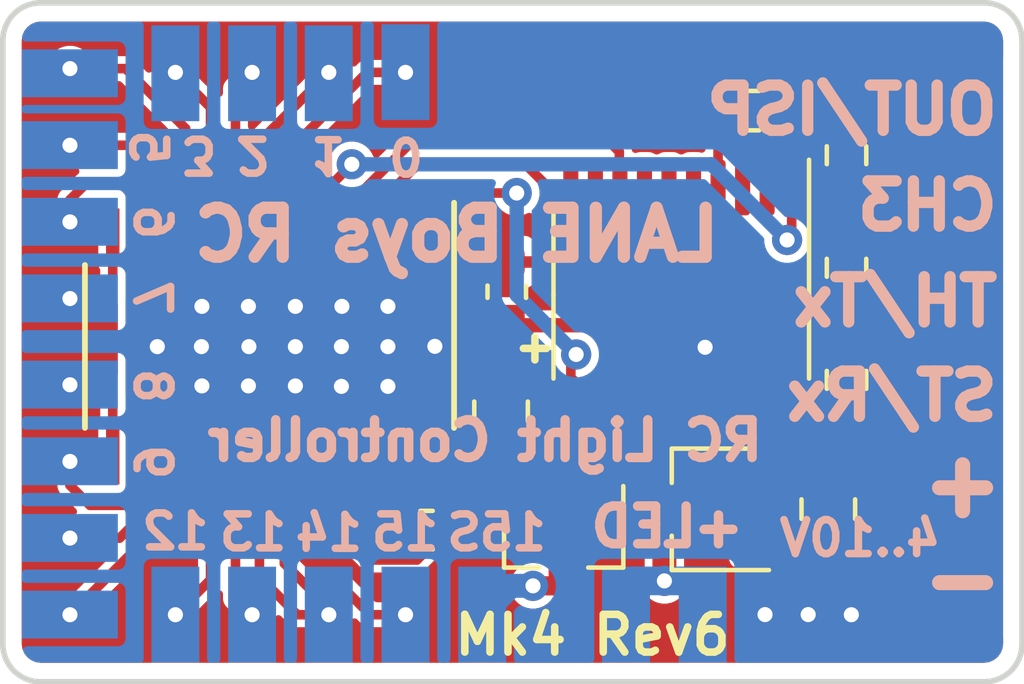
<source format=kicad_pcb>
(kicad_pcb (version 20171130) (host pcbnew 5.1.10-88a1d61d58~88~ubuntu18.04.1)

  (general
    (thickness 0.8)
    (drawings 68)
    (tracks 210)
    (zones 0)
    (modules 37)
    (nets 36)
  )

  (page A4)
  (layers
    (0 Top signal)
    (31 Bottom signal)
    (32 B.Adhes user hide)
    (33 F.Adhes user hide)
    (34 B.Paste user hide)
    (35 F.Paste user hide)
    (36 B.SilkS user)
    (37 F.SilkS user)
    (38 B.Mask user hide)
    (39 F.Mask user hide)
    (40 Dwgs.User user hide)
    (41 Cmts.User user hide)
    (42 Eco1.User user hide)
    (43 Eco2.User user hide)
    (44 Edge.Cuts user)
    (45 Margin user hide)
    (46 B.CrtYd user hide)
    (47 F.CrtYd user)
    (48 B.Fab user hide)
    (49 F.Fab user hide)
  )

  (setup
    (last_trace_width 0.254)
    (user_trace_width 0.2032)
    (user_trace_width 0.2286)
    (user_trace_width 0.381)
    (user_trace_width 0.508)
    (user_trace_width 0.635)
    (user_trace_width 0.762)
    (trace_clearance 0.1524)
    (zone_clearance 0.2032)
    (zone_45_only no)
    (trace_min 0.1524)
    (via_size 0.8)
    (via_drill 0.4)
    (via_min_size 0.4)
    (via_min_drill 0.3)
    (uvia_size 0.3)
    (uvia_drill 0.1)
    (uvias_allowed no)
    (uvia_min_size 0.2)
    (uvia_min_drill 0.1)
    (edge_width 0.15)
    (segment_width 0.2)
    (pcb_text_width 0.3)
    (pcb_text_size 1.5 1.5)
    (mod_edge_width 0.15)
    (mod_text_size 1 1)
    (mod_text_width 0.15)
    (pad_size 1.524 1.524)
    (pad_drill 0.762)
    (pad_to_mask_clearance 0)
    (aux_axis_origin 135 114)
    (grid_origin 135 114)
    (visible_elements 7FFFFF7F)
    (pcbplotparams
      (layerselection 0x010f8_ffffffff)
      (usegerberextensions false)
      (usegerberattributes false)
      (usegerberadvancedattributes false)
      (creategerberjobfile false)
      (excludeedgelayer true)
      (linewidth 0.100000)
      (plotframeref false)
      (viasonmask false)
      (mode 1)
      (useauxorigin false)
      (hpglpennumber 1)
      (hpglpenspeed 20)
      (hpglpendiameter 15.000000)
      (psnegative false)
      (psa4output false)
      (plotreference true)
      (plotvalue true)
      (plotinvisibletext false)
      (padsonsilk false)
      (subtractmaskfromsilk true)
      (outputformat 1)
      (mirror false)
      (drillshape 0)
      (scaleselection 1)
      (outputdirectory "gerber/"))
  )

  (net 0 "")
  (net 1 +3V3)
  (net 2 GND)
  (net 3 /GSCLK)
  (net 4 /SIN)
  (net 5 /SCLK)
  (net 6 /XLAT)
  (net 7 /BLANK)
  (net 8 /VIN)
  (net 9 /OUT-SWITCHED)
  (net 10 /OUT0)
  (net 11 /OUT1)
  (net 12 /OUT2)
  (net 13 /OUT3)
  (net 14 /OUT4)
  (net 15 /OUT5)
  (net 16 /OUT6)
  (net 17 /OUT7)
  (net 18 /OUT8)
  (net 19 /OUT9)
  (net 20 /OUT10)
  (net 21 /OUT11)
  (net 22 /OUT12)
  (net 23 /OUT13)
  (net 24 /OUT14)
  (net 25 /OUT15)
  (net 26 /OUT15S)
  (net 27 /ST-IN)
  (net 28 /TH-IN)
  (net 29 /AUX-IN)
  (net 30 /OUT-ISP-OUT)
  (net 31 /IREF)
  (net 32 /TH-TX)
  (net 33 /OUT-ISP)
  (net 34 /ST-RX)
  (net 35 /AUX)

  (net_class Default "This is the default net class."
    (clearance 0.1524)
    (trace_width 0.254)
    (via_dia 0.8)
    (via_drill 0.4)
    (uvia_dia 0.3)
    (uvia_drill 0.1)
    (diff_pair_width 0.2032)
    (diff_pair_gap 0.254)
    (add_net +3V3)
    (add_net /AUX)
    (add_net /AUX-IN)
    (add_net /BLANK)
    (add_net /GSCLK)
    (add_net /IREF)
    (add_net /OUT-ISP)
    (add_net /OUT-ISP-OUT)
    (add_net /OUT-SWITCHED)
    (add_net /OUT0)
    (add_net /OUT1)
    (add_net /OUT10)
    (add_net /OUT11)
    (add_net /OUT12)
    (add_net /OUT13)
    (add_net /OUT14)
    (add_net /OUT15)
    (add_net /OUT15S)
    (add_net /OUT2)
    (add_net /OUT3)
    (add_net /OUT4)
    (add_net /OUT5)
    (add_net /OUT6)
    (add_net /OUT7)
    (add_net /OUT8)
    (add_net /OUT9)
    (add_net /SCLK)
    (add_net /SIN)
    (add_net /ST-IN)
    (add_net /ST-RX)
    (add_net /TH-IN)
    (add_net /TH-TX)
    (add_net /VIN)
    (add_net /XLAT)
    (add_net GND)
  )

  (module Package_SO:TSSOP-20_4.4x6.5mm_P0.65mm (layer Top) (tedit 5E476F32) (tstamp 609F50B8)
    (at 152.9738 103.7638 270)
    (descr "TSSOP, 20 Pin (JEDEC MO-153 Var AC https://www.jedec.org/document_search?search_api_views_fulltext=MO-153), generated with kicad-footprint-generator ipc_gullwing_generator.py")
    (tags "TSSOP SO")
    (path /609FA9C6)
    (attr smd)
    (fp_text reference U2 (at 0 -4.2 90) (layer F.SilkS) hide
      (effects (font (size 1 1) (thickness 0.15)))
    )
    (fp_text value LPC832M101FDH20 (at -8.1788 2.7338 90) (layer F.Fab)
      (effects (font (size 0.8 0.8) (thickness 0.15)))
    )
    (fp_line (start 3.85 -3.5) (end -3.85 -3.5) (layer F.CrtYd) (width 0.05))
    (fp_line (start 3.85 3.5) (end 3.85 -3.5) (layer F.CrtYd) (width 0.05))
    (fp_line (start -3.85 3.5) (end 3.85 3.5) (layer F.CrtYd) (width 0.05))
    (fp_line (start -3.85 -3.5) (end -3.85 3.5) (layer F.CrtYd) (width 0.05))
    (fp_line (start -2.2 -2.25) (end -1.2 -3.25) (layer F.Fab) (width 0.1))
    (fp_line (start -2.2 3.25) (end -2.2 -2.25) (layer F.Fab) (width 0.1))
    (fp_line (start 2.2 3.25) (end -2.2 3.25) (layer F.Fab) (width 0.1))
    (fp_line (start 2.2 -3.25) (end 2.2 3.25) (layer F.Fab) (width 0.1))
    (fp_line (start -1.2 -3.25) (end 2.2 -3.25) (layer F.Fab) (width 0.1))
    (fp_line (start 0 -3.385) (end -3.6 -3.385) (layer F.SilkS) (width 0.12))
    (fp_line (start 0 -3.385) (end 2.2 -3.385) (layer F.SilkS) (width 0.12))
    (fp_line (start 0 3.385) (end -2.2 3.385) (layer F.SilkS) (width 0.12))
    (fp_line (start 0 3.385) (end 2.2 3.385) (layer F.SilkS) (width 0.12))
    (fp_text user %R (at 0 0 90) (layer F.Fab)
      (effects (font (size 1 1) (thickness 0.15)))
    )
    (pad 20 smd roundrect (at 2.8625 -2.925 270) (size 1.475 0.4) (layers Top F.Paste F.Mask) (roundrect_rratio 0.25))
    (pad 19 smd roundrect (at 2.8625 -2.275 270) (size 1.475 0.4) (layers Top F.Paste F.Mask) (roundrect_rratio 0.25)
      (net 34 /ST-RX))
    (pad 18 smd roundrect (at 2.8625 -1.625 270) (size 1.475 0.4) (layers Top F.Paste F.Mask) (roundrect_rratio 0.25)
      (net 1 +3V3))
    (pad 17 smd roundrect (at 2.8625 -0.975 270) (size 1.475 0.4) (layers Top F.Paste F.Mask) (roundrect_rratio 0.25)
      (net 2 GND))
    (pad 16 smd roundrect (at 2.8625 -0.325 270) (size 1.475 0.4) (layers Top F.Paste F.Mask) (roundrect_rratio 0.25)
      (net 2 GND))
    (pad 15 smd roundrect (at 2.8625 0.325 270) (size 1.475 0.4) (layers Top F.Paste F.Mask) (roundrect_rratio 0.25)
      (net 1 +3V3))
    (pad 14 smd roundrect (at 2.8625 0.975 270) (size 1.475 0.4) (layers Top F.Paste F.Mask) (roundrect_rratio 0.25))
    (pad 13 smd roundrect (at 2.8625 1.625 270) (size 1.475 0.4) (layers Top F.Paste F.Mask) (roundrect_rratio 0.25)
      (net 9 /OUT-SWITCHED))
    (pad 12 smd roundrect (at 2.8625 2.275 270) (size 1.475 0.4) (layers Top F.Paste F.Mask) (roundrect_rratio 0.25)
      (net 3 /GSCLK))
    (pad 11 smd roundrect (at 2.8625 2.925 270) (size 1.475 0.4) (layers Top F.Paste F.Mask) (roundrect_rratio 0.25)
      (net 7 /BLANK))
    (pad 10 smd roundrect (at -2.8625 2.925 270) (size 1.475 0.4) (layers Top F.Paste F.Mask) (roundrect_rratio 0.25))
    (pad 9 smd roundrect (at -2.8625 2.275 270) (size 1.475 0.4) (layers Top F.Paste F.Mask) (roundrect_rratio 0.25))
    (pad 8 smd roundrect (at -2.8625 1.625 270) (size 1.475 0.4) (layers Top F.Paste F.Mask) (roundrect_rratio 0.25)
      (net 5 /SCLK))
    (pad 7 smd roundrect (at -2.8625 0.975 270) (size 1.475 0.4) (layers Top F.Paste F.Mask) (roundrect_rratio 0.25)
      (net 6 /XLAT))
    (pad 6 smd roundrect (at -2.8625 0.325 270) (size 1.475 0.4) (layers Top F.Paste F.Mask) (roundrect_rratio 0.25)
      (net 32 /TH-TX))
    (pad 5 smd roundrect (at -2.8625 -0.325 270) (size 1.475 0.4) (layers Top F.Paste F.Mask) (roundrect_rratio 0.25))
    (pad 4 smd roundrect (at -2.8625 -0.975 270) (size 1.475 0.4) (layers Top F.Paste F.Mask) (roundrect_rratio 0.25)
      (net 33 /OUT-ISP))
    (pad 3 smd roundrect (at -2.8625 -1.625 270) (size 1.475 0.4) (layers Top F.Paste F.Mask) (roundrect_rratio 0.25)
      (net 35 /AUX))
    (pad 2 smd roundrect (at -2.8625 -2.275 270) (size 1.475 0.4) (layers Top F.Paste F.Mask) (roundrect_rratio 0.25))
    (pad 1 smd roundrect (at -2.8625 -2.925 270) (size 1.475 0.4) (layers Top F.Paste F.Mask) (roundrect_rratio 0.25)
      (net 4 /SIN))
    (model ${KISYS3DMOD}/Package_SO.3dshapes/TSSOP-20_4.4x6.5mm_P0.65mm.wrl
      (at (xyz 0 0 0))
      (scale (xyz 1 1 1))
      (rotate (xyz 0 0 0))
    )
  )

  (module Resistor_SMD:R_0603_1608Metric (layer Top) (tedit 5F68FEEE) (tstamp 60248A33)
    (at 157.352 103.0272 270)
    (descr "Resistor SMD 0603 (1608 Metric), square (rectangular) end terminal, IPC_7351 nominal, (Body size source: IPC-SM-782 page 72, https://www.pcb-3d.com/wordpress/wp-content/uploads/ipc-sm-782a_amendment_1_and_2.pdf), generated with kicad-footprint-generator")
    (tags resistor)
    (path /602C1006)
    (attr smd)
    (fp_text reference R5 (at 0 -1.43 90) (layer F.SilkS) hide
      (effects (font (size 1 1) (thickness 0.15)))
    )
    (fp_text value 1k (at -0.0254 -1.2751 90) (layer F.Fab)
      (effects (font (size 0.8 0.8) (thickness 0.15)))
    )
    (fp_line (start -0.8 0.4125) (end -0.8 -0.4125) (layer F.Fab) (width 0.1))
    (fp_line (start -0.8 -0.4125) (end 0.8 -0.4125) (layer F.Fab) (width 0.1))
    (fp_line (start 0.8 -0.4125) (end 0.8 0.4125) (layer F.Fab) (width 0.1))
    (fp_line (start 0.8 0.4125) (end -0.8 0.4125) (layer F.Fab) (width 0.1))
    (fp_line (start -0.237258 -0.5225) (end 0.237258 -0.5225) (layer F.SilkS) (width 0.12))
    (fp_line (start -0.237258 0.5225) (end 0.237258 0.5225) (layer F.SilkS) (width 0.12))
    (fp_line (start -1.48 0.73) (end -1.48 -0.73) (layer F.CrtYd) (width 0.05))
    (fp_line (start -1.48 -0.73) (end 1.48 -0.73) (layer F.CrtYd) (width 0.05))
    (fp_line (start 1.48 -0.73) (end 1.48 0.73) (layer F.CrtYd) (width 0.05))
    (fp_line (start 1.48 0.73) (end -1.48 0.73) (layer F.CrtYd) (width 0.05))
    (fp_text user %R (at 0 0 90) (layer F.Fab)
      (effects (font (size 0.4 0.4) (thickness 0.06)))
    )
    (pad 2 smd roundrect (at 0.825 0 270) (size 0.8 0.95) (layers Top F.Paste F.Mask) (roundrect_rratio 0.25)
      (net 28 /TH-IN))
    (pad 1 smd roundrect (at -0.825 0 270) (size 0.8 0.95) (layers Top F.Paste F.Mask) (roundrect_rratio 0.25)
      (net 32 /TH-TX))
    (model ${KISYS3DMOD}/Resistor_SMD.3dshapes/R_0603_1608Metric.wrl
      (at (xyz 0 0 0))
      (scale (xyz 1 1 1))
      (rotate (xyz 0 0 0))
    )
  )

  (module Resistor_SMD:R_0603_1608Metric (layer Top) (tedit 5F68FEEE) (tstamp 60248A22)
    (at 154.7993 98.8616)
    (descr "Resistor SMD 0603 (1608 Metric), square (rectangular) end terminal, IPC_7351 nominal, (Body size source: IPC-SM-782 page 72, https://www.pcb-3d.com/wordpress/wp-content/uploads/ipc-sm-782a_amendment_1_and_2.pdf), generated with kicad-footprint-generator")
    (tags resistor)
    (path /602C0E81)
    (attr smd)
    (fp_text reference R4 (at 0 -1.43) (layer F.SilkS) hide
      (effects (font (size 1 1) (thickness 0.15)))
    )
    (fp_text value 1k (at 0 -1.1303) (layer F.Fab)
      (effects (font (size 0.8 0.8) (thickness 0.15)))
    )
    (fp_line (start -0.8 0.4125) (end -0.8 -0.4125) (layer F.Fab) (width 0.1))
    (fp_line (start -0.8 -0.4125) (end 0.8 -0.4125) (layer F.Fab) (width 0.1))
    (fp_line (start 0.8 -0.4125) (end 0.8 0.4125) (layer F.Fab) (width 0.1))
    (fp_line (start 0.8 0.4125) (end -0.8 0.4125) (layer F.Fab) (width 0.1))
    (fp_line (start -0.237258 -0.5225) (end 0.237258 -0.5225) (layer F.SilkS) (width 0.12))
    (fp_line (start -0.237258 0.5225) (end 0.237258 0.5225) (layer F.SilkS) (width 0.12))
    (fp_line (start -1.48 0.73) (end -1.48 -0.73) (layer F.CrtYd) (width 0.05))
    (fp_line (start -1.48 -0.73) (end 1.48 -0.73) (layer F.CrtYd) (width 0.05))
    (fp_line (start 1.48 -0.73) (end 1.48 0.73) (layer F.CrtYd) (width 0.05))
    (fp_line (start 1.48 0.73) (end -1.48 0.73) (layer F.CrtYd) (width 0.05))
    (fp_text user %R (at 0 0) (layer F.Fab)
      (effects (font (size 0.4 0.4) (thickness 0.06)))
    )
    (pad 2 smd roundrect (at 0.825 0) (size 0.8 0.95) (layers Top F.Paste F.Mask) (roundrect_rratio 0.25)
      (net 30 /OUT-ISP-OUT))
    (pad 1 smd roundrect (at -0.825 0) (size 0.8 0.95) (layers Top F.Paste F.Mask) (roundrect_rratio 0.25)
      (net 33 /OUT-ISP))
    (model ${KISYS3DMOD}/Resistor_SMD.3dshapes/R_0603_1608Metric.wrl
      (at (xyz 0 0 0))
      (scale (xyz 1 1 1))
      (rotate (xyz 0 0 0))
    )
  )

  (module Resistor_SMD:R_0603_1608Metric (layer Top) (tedit 5F68FEEE) (tstamp 60248A11)
    (at 157.352 100.0432 270)
    (descr "Resistor SMD 0603 (1608 Metric), square (rectangular) end terminal, IPC_7351 nominal, (Body size source: IPC-SM-782 page 72, https://www.pcb-3d.com/wordpress/wp-content/uploads/ipc-sm-782a_amendment_1_and_2.pdf), generated with kicad-footprint-generator")
    (tags resistor)
    (path /602C0CD8)
    (attr smd)
    (fp_text reference R3 (at 0 -1.43 90) (layer F.SilkS) hide
      (effects (font (size 1 1) (thickness 0.15)))
    )
    (fp_text value 1k (at -0.0254 -1.2751 90) (layer F.Fab)
      (effects (font (size 0.8 0.8) (thickness 0.15)))
    )
    (fp_line (start -0.8 0.4125) (end -0.8 -0.4125) (layer F.Fab) (width 0.1))
    (fp_line (start -0.8 -0.4125) (end 0.8 -0.4125) (layer F.Fab) (width 0.1))
    (fp_line (start 0.8 -0.4125) (end 0.8 0.4125) (layer F.Fab) (width 0.1))
    (fp_line (start 0.8 0.4125) (end -0.8 0.4125) (layer F.Fab) (width 0.1))
    (fp_line (start -0.237258 -0.5225) (end 0.237258 -0.5225) (layer F.SilkS) (width 0.12))
    (fp_line (start -0.237258 0.5225) (end 0.237258 0.5225) (layer F.SilkS) (width 0.12))
    (fp_line (start -1.48 0.73) (end -1.48 -0.73) (layer F.CrtYd) (width 0.05))
    (fp_line (start -1.48 -0.73) (end 1.48 -0.73) (layer F.CrtYd) (width 0.05))
    (fp_line (start 1.48 -0.73) (end 1.48 0.73) (layer F.CrtYd) (width 0.05))
    (fp_line (start 1.48 0.73) (end -1.48 0.73) (layer F.CrtYd) (width 0.05))
    (fp_text user %R (at 0 0 90) (layer F.Fab)
      (effects (font (size 0.4 0.4) (thickness 0.06)))
    )
    (pad 2 smd roundrect (at 0.825 0 270) (size 0.8 0.95) (layers Top F.Paste F.Mask) (roundrect_rratio 0.25)
      (net 29 /AUX-IN))
    (pad 1 smd roundrect (at -0.825 0 270) (size 0.8 0.95) (layers Top F.Paste F.Mask) (roundrect_rratio 0.25)
      (net 35 /AUX))
    (model ${KISYS3DMOD}/Resistor_SMD.3dshapes/R_0603_1608Metric.wrl
      (at (xyz 0 0 0))
      (scale (xyz 1 1 1))
      (rotate (xyz 0 0 0))
    )
  )

  (module Resistor_SMD:R_0603_1608Metric (layer Top) (tedit 5F68FEEE) (tstamp 60248A00)
    (at 157.352 105.999 270)
    (descr "Resistor SMD 0603 (1608 Metric), square (rectangular) end terminal, IPC_7351 nominal, (Body size source: IPC-SM-782 page 72, https://www.pcb-3d.com/wordpress/wp-content/uploads/ipc-sm-782a_amendment_1_and_2.pdf), generated with kicad-footprint-generator")
    (tags resistor)
    (path /6029DAB9)
    (attr smd)
    (fp_text reference R2 (at 0 -1.43 90) (layer F.SilkS) hide
      (effects (font (size 1 1) (thickness 0.15)))
    )
    (fp_text value 1k (at -0.0254 -1.2751 90) (layer F.Fab)
      (effects (font (size 0.8 0.8) (thickness 0.15)))
    )
    (fp_line (start -0.8 0.4125) (end -0.8 -0.4125) (layer F.Fab) (width 0.1))
    (fp_line (start -0.8 -0.4125) (end 0.8 -0.4125) (layer F.Fab) (width 0.1))
    (fp_line (start 0.8 -0.4125) (end 0.8 0.4125) (layer F.Fab) (width 0.1))
    (fp_line (start 0.8 0.4125) (end -0.8 0.4125) (layer F.Fab) (width 0.1))
    (fp_line (start -0.237258 -0.5225) (end 0.237258 -0.5225) (layer F.SilkS) (width 0.12))
    (fp_line (start -0.237258 0.5225) (end 0.237258 0.5225) (layer F.SilkS) (width 0.12))
    (fp_line (start -1.48 0.73) (end -1.48 -0.73) (layer F.CrtYd) (width 0.05))
    (fp_line (start -1.48 -0.73) (end 1.48 -0.73) (layer F.CrtYd) (width 0.05))
    (fp_line (start 1.48 -0.73) (end 1.48 0.73) (layer F.CrtYd) (width 0.05))
    (fp_line (start 1.48 0.73) (end -1.48 0.73) (layer F.CrtYd) (width 0.05))
    (fp_text user %R (at 0 0 90) (layer F.Fab)
      (effects (font (size 0.4 0.4) (thickness 0.06)))
    )
    (pad 2 smd roundrect (at 0.825 0 270) (size 0.8 0.95) (layers Top F.Paste F.Mask) (roundrect_rratio 0.25)
      (net 27 /ST-IN))
    (pad 1 smd roundrect (at -0.825 0 270) (size 0.8 0.95) (layers Top F.Paste F.Mask) (roundrect_rratio 0.25)
      (net 34 /ST-RX))
    (model ${KISYS3DMOD}/Resistor_SMD.3dshapes/R_0603_1608Metric.wrl
      (at (xyz 0 0 0))
      (scale (xyz 1 1 1))
      (rotate (xyz 0 0 0))
    )
  )

  (module Capacitor_SMD:C_0805_2012Metric (layer Top) (tedit 601FDAD8) (tstamp 5C81F495)
    (at 148.1996 106.8324 270)
    (descr "Capacitor SMD 0805 (2012 Metric), square (rectangular) end terminal, IPC_7351 nominal, (Body size source: https://docs.google.com/spreadsheets/d/1BsfQQcO9C6DZCsRaXUlFlo91Tg2WpOkGARC1WS5S8t0/edit?usp=sharing), generated with kicad-footprint-generator")
    (tags capacitor)
    (path /5C870864)
    (attr smd)
    (fp_text reference C2 (at 0 -1.65 90) (layer F.SilkS) hide
      (effects (font (size 1 1) (thickness 0.15)))
    )
    (fp_text value 47u/6V3 (at 0.1572 -3.3772) (layer F.Fab)
      (effects (font (size 0.8 0.8) (thickness 0.15)))
    )
    (fp_line (start 1.68 0.95) (end -1.68 0.95) (layer F.CrtYd) (width 0.05))
    (fp_line (start 1.68 -0.95) (end 1.68 0.95) (layer F.CrtYd) (width 0.05))
    (fp_line (start -1.68 -0.95) (end 1.68 -0.95) (layer F.CrtYd) (width 0.05))
    (fp_line (start -1.68 0.95) (end -1.68 -0.95) (layer F.CrtYd) (width 0.05))
    (fp_line (start -0.258578 0.71) (end 0.258578 0.71) (layer F.SilkS) (width 0.12))
    (fp_line (start -0.258578 -0.71) (end 0.258578 -0.71) (layer F.SilkS) (width 0.12))
    (fp_line (start 1 0.6) (end -1 0.6) (layer F.Fab) (width 0.1))
    (fp_line (start 1 -0.6) (end 1 0.6) (layer F.Fab) (width 0.1))
    (fp_line (start -1 -0.6) (end 1 -0.6) (layer F.Fab) (width 0.1))
    (fp_line (start -1 0.6) (end -1 -0.6) (layer F.Fab) (width 0.1))
    (fp_text user %R (at 0 0 90) (layer F.Fab)
      (effects (font (size 0.5 0.5) (thickness 0.08)))
    )
    (pad 1 smd roundrect (at -0.9375 0 270) (size 0.975 1.4) (layers Top F.Paste F.Mask) (roundrect_rratio 0.25)
      (net 1 +3V3))
    (pad 2 smd roundrect (at 0.9375 0 270) (size 0.975 1.4) (layers Top F.Paste F.Mask) (roundrect_rratio 0.25)
      (net 2 GND))
    (model ${KISYS3DMOD}/Capacitor_SMD.3dshapes/C_0805_2012Metric.wrl
      (at (xyz 0 0 0))
      (scale (xyz 1 1 1))
      (rotate (xyz 0 0 0))
    )
  )

  (module Package_TO_SOT_SMD:SOT-23W (layer Top) (tedit 5A02FF57) (tstamp 5C81BBC1)
    (at 153.7971 109.4316 180)
    (descr "SOT-23W http://www.allegromicro.com/~/media/Files/Datasheets/A112x-Datasheet.ashx?la=en&hash=7BC461E058CC246E0BAB62433B2F1ECA104CA9D3")
    (tags SOT-23W)
    (path /09B5DC2D)
    (attr smd)
    (fp_text reference U1 (at 0 -2.5) (layer F.SilkS) hide
      (effects (font (size 1 1) (thickness 0.15)))
    )
    (fp_text value 3V3 (at -0.0624 -2.3459) (layer F.Fab)
      (effects (font (size 0.8 0.8) (thickness 0.15)))
    )
    (fp_line (start -1.95 1.74) (end -1.95 -1.74) (layer F.CrtYd) (width 0.05))
    (fp_line (start 1.95 1.74) (end -1.95 1.74) (layer F.CrtYd) (width 0.05))
    (fp_line (start 1.95 -1.74) (end 1.95 1.74) (layer F.CrtYd) (width 0.05))
    (fp_line (start -1.95 -1.74) (end 1.95 -1.74) (layer F.CrtYd) (width 0.05))
    (fp_line (start -0.955 1.49) (end 0.955 1.49) (layer F.Fab) (width 0.1))
    (fp_line (start 0.955 -1.49) (end 0.955 1.49) (layer F.Fab) (width 0.1))
    (fp_line (start -0.955 -0.49) (end 0.045 -1.49) (layer F.Fab) (width 0.1))
    (fp_line (start 0.045 -1.49) (end 0.955 -1.49) (layer F.Fab) (width 0.1))
    (fp_line (start -0.955 -0.49) (end -0.955 1.49) (layer F.Fab) (width 0.1))
    (fp_line (start -1.075 1.61) (end 1.075 1.61) (layer F.SilkS) (width 0.12))
    (fp_line (start -1.5 -1.61) (end 1.075 -1.61) (layer F.SilkS) (width 0.12))
    (fp_line (start 1.075 0.7) (end 1.075 1.61) (layer F.SilkS) (width 0.12))
    (fp_line (start 1.075 -1.61) (end 1.075 -0.7) (layer F.SilkS) (width 0.12))
    (fp_text user %R (at 0 0 90) (layer F.Fab)
      (effects (font (size 0.5 0.5) (thickness 0.075)))
    )
    (pad 3 smd rect (at 1.2 0 180) (size 1 0.7) (layers Top F.Paste F.Mask)
      (net 8 /VIN))
    (pad 2 smd rect (at -1.2 0.95 180) (size 1 0.7) (layers Top F.Paste F.Mask)
      (net 1 +3V3))
    (pad 1 smd rect (at -1.2 -0.95 180) (size 1 0.7) (layers Top F.Paste F.Mask)
      (net 2 GND))
    (model ${KISYS3DMOD}/Package_TO_SOT_SMD.3dshapes/SOT-23W.wrl
      (at (xyz 0 0 0))
      (scale (xyz 1 1 1))
      (rotate (xyz 0 0 0))
    )
  )

  (module Package_TO_SOT_SMD:SOT-23 (layer Top) (tedit 5A02FF57) (tstamp 5C81BCC1)
    (at 149.859 110.2154 270)
    (descr "SOT-23, Standard")
    (tags SOT-23)
    (path /8692C711)
    (attr smd)
    (fp_text reference T1 (at 0 -2.5 90) (layer F.SilkS) hide
      (effects (font (size 1 1) (thickness 0.15)))
    )
    (fp_text value NMOSSOT23 (at 1.4986 1.8415 180) (layer F.Fab)
      (effects (font (size 0.8 0.8) (thickness 0.15)))
    )
    (fp_line (start 0.76 1.58) (end -0.7 1.58) (layer F.SilkS) (width 0.12))
    (fp_line (start 0.76 -1.58) (end -1.4 -1.58) (layer F.SilkS) (width 0.12))
    (fp_line (start -1.7 1.75) (end -1.7 -1.75) (layer F.CrtYd) (width 0.05))
    (fp_line (start 1.7 1.75) (end -1.7 1.75) (layer F.CrtYd) (width 0.05))
    (fp_line (start 1.7 -1.75) (end 1.7 1.75) (layer F.CrtYd) (width 0.05))
    (fp_line (start -1.7 -1.75) (end 1.7 -1.75) (layer F.CrtYd) (width 0.05))
    (fp_line (start 0.76 -1.58) (end 0.76 -0.65) (layer F.SilkS) (width 0.12))
    (fp_line (start 0.76 1.58) (end 0.76 0.65) (layer F.SilkS) (width 0.12))
    (fp_line (start -0.7 1.52) (end 0.7 1.52) (layer F.Fab) (width 0.1))
    (fp_line (start 0.7 -1.52) (end 0.7 1.52) (layer F.Fab) (width 0.1))
    (fp_line (start -0.7 -0.95) (end -0.15 -1.52) (layer F.Fab) (width 0.1))
    (fp_line (start -0.15 -1.52) (end 0.7 -1.52) (layer F.Fab) (width 0.1))
    (fp_line (start -0.7 -0.95) (end -0.7 1.5) (layer F.Fab) (width 0.1))
    (fp_text user %R (at 0 0) (layer F.Fab)
      (effects (font (size 0.5 0.5) (thickness 0.075)))
    )
    (pad 3 smd rect (at 1 0 270) (size 0.9 0.8) (layers Top F.Paste F.Mask)
      (net 26 /OUT15S))
    (pad 2 smd rect (at -1 0.95 270) (size 0.9 0.8) (layers Top F.Paste F.Mask)
      (net 2 GND))
    (pad 1 smd rect (at -1 -0.95 270) (size 0.9 0.8) (layers Top F.Paste F.Mask)
      (net 9 /OUT-SWITCHED))
    (model ${KISYS3DMOD}/Package_TO_SOT_SMD.3dshapes/SOT-23.wrl
      (at (xyz 0 0 0))
      (scale (xyz 1 1 1))
      (rotate (xyz 0 0 0))
    )
  )

  (module rc-light-controller-tlc5940-lpc812:SOP65P640X120-29N (layer Top) (tedit 5CD12D38) (tstamp 5C82FD92)
    (at 142.1291 105.1136 270)
    (path /840783A6)
    (solder_paste_margin -0.0127)
    (fp_text reference U3 (at -3.4544 -5.715 270) (layer F.SilkS) hide
      (effects (font (size 1.97866 1.97866) (thickness 0.197866)) (justify left bottom))
    )
    (fp_text value TLC5940PWP (at 0.3012 4.0397) (layer F.Fab)
      (effects (font (size 0.8 0.8) (thickness 0.15)) (justify left bottom))
    )
    (fp_poly (pts (xy 0.254 2.159) (xy 0.889 2.159) (xy 0.889 2.794) (xy 0.254 2.794)) (layer F.Paste) (width 0.15))
    (fp_poly (pts (xy 0.254 0.92075) (xy 0.889 0.92075) (xy 0.889 1.55575) (xy 0.254 1.55575)) (layer F.Paste) (width 0.15))
    (fp_poly (pts (xy 0.254 -0.3175) (xy 0.889 -0.3175) (xy 0.889 0.3175) (xy 0.254 0.3175)) (layer F.Paste) (width 0.15))
    (fp_poly (pts (xy 0.254 -1.55575) (xy 0.889 -1.55575) (xy 0.889 -0.92075) (xy 0.254 -0.92075)) (layer F.Paste) (width 0.15))
    (fp_poly (pts (xy 0.254 -2.794) (xy 0.889 -2.794) (xy 0.889 -2.159) (xy 0.254 -2.159)) (layer F.Paste) (width 0.15))
    (fp_poly (pts (xy -0.889 2.159) (xy -0.254 2.159) (xy -0.254 2.794) (xy -0.889 2.794)) (layer F.Paste) (width 0.15))
    (fp_poly (pts (xy -0.889 0.92075) (xy -0.254 0.92075) (xy -0.254 1.55575) (xy -0.889 1.55575)) (layer F.Paste) (width 0.15))
    (fp_poly (pts (xy -0.889 -0.3175) (xy -0.254 -0.3175) (xy -0.254 0.3175) (xy -0.889 0.3175)) (layer F.Paste) (width 0.15))
    (fp_poly (pts (xy -0.889 -1.55575) (xy -0.254 -1.55575) (xy -0.254 -0.92075) (xy -0.889 -0.92075)) (layer F.Paste) (width 0.15))
    (fp_poly (pts (xy -0.889 -2.794) (xy -0.254 -2.794) (xy -0.254 -2.159) (xy -0.889 -2.159)) (layer F.Paste) (width 0.15))
    (fp_poly (pts (xy -0.889 -0.34925) (xy -0.254 -0.34925) (xy -0.254 0.28575) (xy -0.889 0.28575)) (layer F.Mask) (width 0.15))
    (fp_poly (pts (xy -0.889 -1.635125) (xy -0.254 -1.635125) (xy -0.254 -1.000125) (xy -0.889 -1.000125)) (layer F.Mask) (width 0.15))
    (fp_poly (pts (xy -0.889 2.2225) (xy -0.254 2.2225) (xy -0.254 2.8575) (xy -0.889 2.8575)) (layer F.Mask) (width 0.15))
    (fp_poly (pts (xy -0.889 -2.921) (xy -0.254 -2.921) (xy -0.254 -2.286) (xy -0.889 -2.286)) (layer F.Mask) (width 0.15))
    (fp_poly (pts (xy -0.889 0.936625) (xy -0.254 0.936625) (xy -0.254 1.571625) (xy -0.889 1.571625)) (layer F.Mask) (width 0.15))
    (fp_poly (pts (xy 0.254 2.2225) (xy 0.889 2.2225) (xy 0.889 2.8575) (xy 0.254 2.8575)) (layer F.Mask) (width 0.15))
    (fp_poly (pts (xy 0.254 0.936625) (xy 0.889 0.936625) (xy 0.889 1.571625) (xy 0.254 1.571625)) (layer F.Mask) (width 0.15))
    (fp_poly (pts (xy 0.254 -0.34925) (xy 0.889 -0.34925) (xy 0.889 0.28575) (xy 0.254 0.28575)) (layer F.Mask) (width 0.15))
    (fp_poly (pts (xy 0.254 -1.635125) (xy 0.889 -1.635125) (xy 0.889 -1.000125) (xy 0.254 -1.000125)) (layer F.Mask) (width 0.15))
    (fp_poly (pts (xy 0.254 -2.921) (xy 0.889 -2.921) (xy 0.889 -2.286) (xy 0.254 -2.286)) (layer F.Mask) (width 0.15))
    (fp_line (start -2.159 4.953) (end 2.159 4.953) (layer F.SilkS) (width 0.1524))
    (fp_line (start 2.159 -4.826) (end -3.81 -4.826) (layer F.SilkS) (width 0.1524))
    (fp_line (start -2.2606 -4.064) (end -2.2606 -4.3688) (layer F.Fab) (width 0.1))
    (fp_line (start -2.2606 -4.3688) (end -3.302 -4.3688) (layer F.Fab) (width 0.1))
    (fp_line (start -3.302 -4.3688) (end -3.302 -4.064) (layer F.Fab) (width 0.1))
    (fp_line (start -3.302 -4.064) (end -2.2606 -4.064) (layer F.Fab) (width 0.1))
    (fp_line (start -2.2606 -3.429) (end -2.2606 -3.7338) (layer F.Fab) (width 0.1))
    (fp_line (start -2.2606 -3.7338) (end -3.302 -3.7338) (layer F.Fab) (width 0.1))
    (fp_line (start -3.302 -3.7338) (end -3.302 -3.429) (layer F.Fab) (width 0.1))
    (fp_line (start -3.302 -3.429) (end -2.2606 -3.429) (layer F.Fab) (width 0.1))
    (fp_line (start -2.2606 -2.7686) (end -2.2606 -3.0734) (layer F.Fab) (width 0.1))
    (fp_line (start -2.2606 -3.0734) (end -3.302 -3.0734) (layer F.Fab) (width 0.1))
    (fp_line (start -3.302 -3.0734) (end -3.302 -2.7686) (layer F.Fab) (width 0.1))
    (fp_line (start -3.302 -2.7686) (end -2.2606 -2.7686) (layer F.Fab) (width 0.1))
    (fp_line (start -2.2606 -2.1336) (end -2.2606 -2.413) (layer F.Fab) (width 0.1))
    (fp_line (start -2.2606 -2.413) (end -3.302 -2.413) (layer F.Fab) (width 0.1))
    (fp_line (start -3.302 -2.413) (end -3.302 -2.1336) (layer F.Fab) (width 0.1))
    (fp_line (start -3.302 -2.1336) (end -2.2606 -2.1336) (layer F.Fab) (width 0.1))
    (fp_line (start -2.2606 -1.4732) (end -2.2606 -1.778) (layer F.Fab) (width 0.1))
    (fp_line (start -2.2606 -1.778) (end -3.302 -1.778) (layer F.Fab) (width 0.1))
    (fp_line (start -3.302 -1.778) (end -3.302 -1.4732) (layer F.Fab) (width 0.1))
    (fp_line (start -3.302 -1.4732) (end -2.2606 -1.4732) (layer F.Fab) (width 0.1))
    (fp_line (start -2.2606 -0.8128) (end -2.2606 -1.1176) (layer F.Fab) (width 0.1))
    (fp_line (start -2.2606 -1.1176) (end -3.302 -1.1176) (layer F.Fab) (width 0.1))
    (fp_line (start -3.302 -1.1176) (end -3.302 -0.8128) (layer F.Fab) (width 0.1))
    (fp_line (start -3.302 -0.8128) (end -2.2606 -0.8128) (layer F.Fab) (width 0.1))
    (fp_line (start -2.2606 -0.1778) (end -2.2606 -0.4826) (layer F.Fab) (width 0.1))
    (fp_line (start -2.2606 -0.4826) (end -3.302 -0.4826) (layer F.Fab) (width 0.1))
    (fp_line (start -3.302 -0.4826) (end -3.302 -0.1778) (layer F.Fab) (width 0.1))
    (fp_line (start -3.302 -0.1778) (end -2.2606 -0.1778) (layer F.Fab) (width 0.1))
    (fp_line (start -2.2606 0.4826) (end -2.2606 0.1778) (layer F.Fab) (width 0.1))
    (fp_line (start -2.2606 0.1778) (end -3.302 0.1778) (layer F.Fab) (width 0.1))
    (fp_line (start -3.302 0.1778) (end -3.302 0.4826) (layer F.Fab) (width 0.1))
    (fp_line (start -3.302 0.4826) (end -2.2606 0.4826) (layer F.Fab) (width 0.1))
    (fp_line (start -2.2606 1.1176) (end -2.2606 0.8128) (layer F.Fab) (width 0.1))
    (fp_line (start -2.2606 0.8128) (end -3.302 0.8128) (layer F.Fab) (width 0.1))
    (fp_line (start -3.302 0.8128) (end -3.302 1.1176) (layer F.Fab) (width 0.1))
    (fp_line (start -3.302 1.1176) (end -2.2606 1.1176) (layer F.Fab) (width 0.1))
    (fp_line (start -2.2606 1.778) (end -2.2606 1.4732) (layer F.Fab) (width 0.1))
    (fp_line (start -2.2606 1.4732) (end -3.302 1.4732) (layer F.Fab) (width 0.1))
    (fp_line (start -3.302 1.4732) (end -3.302 1.778) (layer F.Fab) (width 0.1))
    (fp_line (start -3.302 1.778) (end -2.2606 1.778) (layer F.Fab) (width 0.1))
    (fp_line (start -2.2606 2.413) (end -2.2606 2.1336) (layer F.Fab) (width 0.1))
    (fp_line (start -2.2606 2.1336) (end -3.302 2.1336) (layer F.Fab) (width 0.1))
    (fp_line (start -3.302 2.1336) (end -3.302 2.413) (layer F.Fab) (width 0.1))
    (fp_line (start -3.302 2.413) (end -2.2606 2.413) (layer F.Fab) (width 0.1))
    (fp_line (start -2.2606 3.0734) (end -2.2606 2.7686) (layer F.Fab) (width 0.1))
    (fp_line (start -2.2606 2.7686) (end -3.302 2.7686) (layer F.Fab) (width 0.1))
    (fp_line (start -3.302 2.7686) (end -3.302 3.0734) (layer F.Fab) (width 0.1))
    (fp_line (start -3.302 3.0734) (end -2.2606 3.0734) (layer F.Fab) (width 0.1))
    (fp_line (start -2.2606 3.7338) (end -2.2606 3.429) (layer F.Fab) (width 0.1))
    (fp_line (start -2.2606 3.429) (end -3.302 3.429) (layer F.Fab) (width 0.1))
    (fp_line (start -3.302 3.429) (end -3.302 3.7338) (layer F.Fab) (width 0.1))
    (fp_line (start -3.302 3.7338) (end -2.2606 3.7338) (layer F.Fab) (width 0.1))
    (fp_line (start -2.2606 4.3688) (end -2.2606 4.064) (layer F.Fab) (width 0.1))
    (fp_line (start -2.2606 4.064) (end -3.302 4.064) (layer F.Fab) (width 0.1))
    (fp_line (start -3.302 4.064) (end -3.302 4.3688) (layer F.Fab) (width 0.1))
    (fp_line (start -3.302 4.3688) (end -2.2606 4.3688) (layer F.Fab) (width 0.1))
    (fp_line (start 2.2606 4.064) (end 2.2606 4.3688) (layer F.Fab) (width 0.1))
    (fp_line (start 2.2606 4.3688) (end 3.302 4.3688) (layer F.Fab) (width 0.1))
    (fp_line (start 3.302 4.3688) (end 3.302 4.064) (layer F.Fab) (width 0.1))
    (fp_line (start 3.302 4.064) (end 2.2606 4.064) (layer F.Fab) (width 0.1))
    (fp_line (start 2.2606 3.429) (end 2.2606 3.7338) (layer F.Fab) (width 0.1))
    (fp_line (start 2.2606 3.7338) (end 3.302 3.7338) (layer F.Fab) (width 0.1))
    (fp_line (start 3.302 3.7338) (end 3.302 3.429) (layer F.Fab) (width 0.1))
    (fp_line (start 3.302 3.429) (end 2.2606 3.429) (layer F.Fab) (width 0.1))
    (fp_line (start 2.2606 2.7686) (end 2.2606 3.0734) (layer F.Fab) (width 0.1))
    (fp_line (start 2.2606 3.0734) (end 3.302 3.0734) (layer F.Fab) (width 0.1))
    (fp_line (start 3.302 3.0734) (end 3.302 2.7686) (layer F.Fab) (width 0.1))
    (fp_line (start 3.302 2.7686) (end 2.2606 2.7686) (layer F.Fab) (width 0.1))
    (fp_line (start 2.2606 2.1336) (end 2.2606 2.413) (layer F.Fab) (width 0.1))
    (fp_line (start 2.2606 2.413) (end 3.302 2.413) (layer F.Fab) (width 0.1))
    (fp_line (start 3.302 2.413) (end 3.302 2.1336) (layer F.Fab) (width 0.1))
    (fp_line (start 3.302 2.1336) (end 2.2606 2.1336) (layer F.Fab) (width 0.1))
    (fp_line (start 2.2606 1.4732) (end 2.2606 1.778) (layer F.Fab) (width 0.1))
    (fp_line (start 2.2606 1.778) (end 3.302 1.778) (layer F.Fab) (width 0.1))
    (fp_line (start 3.302 1.778) (end 3.302 1.4732) (layer F.Fab) (width 0.1))
    (fp_line (start 3.302 1.4732) (end 2.2606 1.4732) (layer F.Fab) (width 0.1))
    (fp_line (start 2.2606 0.8128) (end 2.2606 1.1176) (layer F.Fab) (width 0.1))
    (fp_line (start 2.2606 1.1176) (end 3.302 1.1176) (layer F.Fab) (width 0.1))
    (fp_line (start 3.302 1.1176) (end 3.302 0.8128) (layer F.Fab) (width 0.1))
    (fp_line (start 3.302 0.8128) (end 2.2606 0.8128) (layer F.Fab) (width 0.1))
    (fp_line (start 2.2606 0.1778) (end 2.2606 0.4826) (layer F.Fab) (width 0.1))
    (fp_line (start 2.2606 0.4826) (end 3.302 0.4826) (layer F.Fab) (width 0.1))
    (fp_line (start 3.302 0.4826) (end 3.302 0.1778) (layer F.Fab) (width 0.1))
    (fp_line (start 3.302 0.1778) (end 2.2606 0.1778) (layer F.Fab) (width 0.1))
    (fp_line (start 2.2606 -0.4826) (end 2.2606 -0.1778) (layer F.Fab) (width 0.1))
    (fp_line (start 2.2606 -0.1778) (end 3.302 -0.1778) (layer F.Fab) (width 0.1))
    (fp_line (start 3.302 -0.1778) (end 3.302 -0.4826) (layer F.Fab) (width 0.1))
    (fp_line (start 3.302 -0.4826) (end 2.2606 -0.4826) (layer F.Fab) (width 0.1))
    (fp_line (start 2.2606 -1.1176) (end 2.2606 -0.8128) (layer F.Fab) (width 0.1))
    (fp_line (start 2.2606 -0.8128) (end 3.302 -0.8128) (layer F.Fab) (width 0.1))
    (fp_line (start 3.302 -0.8128) (end 3.302 -1.1176) (layer F.Fab) (width 0.1))
    (fp_line (start 3.302 -1.1176) (end 2.2606 -1.1176) (layer F.Fab) (width 0.1))
    (fp_line (start 2.2606 -1.778) (end 2.2606 -1.4732) (layer F.Fab) (width 0.1))
    (fp_line (start 2.2606 -1.4732) (end 3.302 -1.4732) (layer F.Fab) (width 0.1))
    (fp_line (start 3.302 -1.4732) (end 3.302 -1.778) (layer F.Fab) (width 0.1))
    (fp_line (start 3.302 -1.778) (end 2.2606 -1.778) (layer F.Fab) (width 0.1))
    (fp_line (start 2.2606 -2.413) (end 2.2606 -2.1336) (layer F.Fab) (width 0.1))
    (fp_line (start 2.2606 -2.1336) (end 3.302 -2.1336) (layer F.Fab) (width 0.1))
    (fp_line (start 3.302 -2.1336) (end 3.302 -2.413) (layer F.Fab) (width 0.1))
    (fp_line (start 3.302 -2.413) (end 2.2606 -2.413) (layer F.Fab) (width 0.1))
    (fp_line (start 2.2606 -3.0734) (end 2.2606 -2.7686) (layer F.Fab) (width 0.1))
    (fp_line (start 2.2606 -2.7686) (end 3.302 -2.7686) (layer F.Fab) (width 0.1))
    (fp_line (start 3.302 -2.7686) (end 3.302 -3.0734) (layer F.Fab) (width 0.1))
    (fp_line (start 3.302 -3.0734) (end 2.2606 -3.0734) (layer F.Fab) (width 0.1))
    (fp_line (start 2.2606 -3.7338) (end 2.2606 -3.429) (layer F.Fab) (width 0.1))
    (fp_line (start 2.2606 -3.429) (end 3.302 -3.429) (layer F.Fab) (width 0.1))
    (fp_line (start 3.302 -3.429) (end 3.302 -3.7338) (layer F.Fab) (width 0.1))
    (fp_line (start 3.302 -3.7338) (end 2.2606 -3.7338) (layer F.Fab) (width 0.1))
    (fp_line (start 2.2606 -4.3688) (end 2.2606 -4.064) (layer F.Fab) (width 0.1))
    (fp_line (start 2.2606 -4.064) (end 3.302 -4.064) (layer F.Fab) (width 0.1))
    (fp_line (start 3.302 -4.064) (end 3.302 -4.3688) (layer F.Fab) (width 0.1))
    (fp_line (start 3.302 -4.3688) (end 2.2606 -4.3688) (layer F.Fab) (width 0.1))
    (fp_line (start -2.2606 4.9022) (end 2.2606 4.9022) (layer F.Fab) (width 0.1))
    (fp_line (start 2.2606 4.9022) (end 2.2606 -4.9022) (layer F.Fab) (width 0.1))
    (fp_line (start 2.2606 -4.9022) (end 0.3048 -4.9022) (layer F.Fab) (width 0.1))
    (fp_line (start 0.3048 -4.9022) (end -0.3048 -4.9022) (layer F.Fab) (width 0.1))
    (fp_line (start -0.3048 -4.9022) (end -2.2606 -4.9022) (layer F.Fab) (width 0.1))
    (fp_line (start -2.2606 -4.9022) (end -2.2606 4.9022) (layer F.Fab) (width 0.1))
    (fp_text user * (at -3.4326 -5.1264 270) (layer F.Fab)
      (effects (font (size 1.2065 1.2065) (thickness 0.0762)) (justify left bottom))
    )
    (fp_text user * (at -3.8946 -5.3466 270) (layer F.SilkS) hide
      (effects (font (size 1.2065 1.2065) (thickness 0.0762)) (justify left bottom))
    )
    (fp_arc (start 0 -4.9022) (end 0.3048 -4.9022) (angle 180) (layer F.Fab) (width 0.1))
    (pad 29 smd rect (at 0 0 270) (size 2.3876 6.1722) (layers Top F.Mask)
      (net 2 GND) (solder_mask_margin 0.0508) (zone_connect 2))
    (pad 28 smd rect (at 2.921 -4.2164 270) (size 1.4732 0.3556) (layers Top F.Paste F.Mask)
      (net 1 +3V3) (solder_mask_margin 0.0508))
    (pad 27 smd rect (at 2.921 -3.5814 270) (size 1.4732 0.3556) (layers Top F.Paste F.Mask)
      (net 31 /IREF) (solder_mask_margin 0.0508))
    (pad 26 smd rect (at 2.921 -2.921 270) (size 1.4732 0.3556) (layers Top F.Paste F.Mask)
      (net 1 +3V3) (solder_mask_margin 0.0508))
    (pad 25 smd rect (at 2.921 -2.286 270) (size 1.4732 0.3556) (layers Top F.Paste F.Mask)
      (net 3 /GSCLK) (solder_mask_margin 0.0508))
    (pad 24 smd rect (at 2.921 -1.6256 270) (size 1.4732 0.3556) (layers Top F.Paste F.Mask)
      (solder_mask_margin 0.0508))
    (pad 23 smd rect (at 2.921 -0.9652 270) (size 1.4732 0.3556) (layers Top F.Paste F.Mask)
      (solder_mask_margin 0.0508))
    (pad 22 smd rect (at 2.921 -0.3302 270) (size 1.4732 0.3556) (layers Top F.Paste F.Mask)
      (net 25 /OUT15) (solder_mask_margin 0.0508))
    (pad 21 smd rect (at 2.921 0.3302 270) (size 1.4732 0.3556) (layers Top F.Paste F.Mask)
      (net 24 /OUT14) (solder_mask_margin 0.0508))
    (pad 20 smd rect (at 2.921 0.9652 270) (size 1.4732 0.3556) (layers Top F.Paste F.Mask)
      (net 23 /OUT13) (solder_mask_margin 0.0508))
    (pad 19 smd rect (at 2.921 1.6256 270) (size 1.4732 0.3556) (layers Top F.Paste F.Mask)
      (net 22 /OUT12) (solder_mask_margin 0.0508))
    (pad 18 smd rect (at 2.921 2.286 270) (size 1.4732 0.3556) (layers Top F.Paste F.Mask)
      (net 21 /OUT11) (solder_mask_margin 0.0508))
    (pad 17 smd rect (at 2.921 2.921 270) (size 1.4732 0.3556) (layers Top F.Paste F.Mask)
      (net 20 /OUT10) (solder_mask_margin 0.0508))
    (pad 16 smd rect (at 2.921 3.5814 270) (size 1.4732 0.3556) (layers Top F.Paste F.Mask)
      (net 19 /OUT9) (solder_mask_margin 0.0508))
    (pad 15 smd rect (at 2.921 4.2164 270) (size 1.4732 0.3556) (layers Top F.Paste F.Mask)
      (net 18 /OUT8) (solder_mask_margin 0.0508))
    (pad 14 smd rect (at -2.921 4.2164 270) (size 1.4732 0.3556) (layers Top F.Paste F.Mask)
      (net 17 /OUT7) (solder_mask_margin 0.0508))
    (pad 13 smd rect (at -2.921 3.5814 270) (size 1.4732 0.3556) (layers Top F.Paste F.Mask)
      (net 16 /OUT6) (solder_mask_margin 0.0508))
    (pad 12 smd rect (at -2.921 2.921 270) (size 1.4732 0.3556) (layers Top F.Paste F.Mask)
      (net 15 /OUT5) (solder_mask_margin 0.0508))
    (pad 11 smd rect (at -2.921 2.286 270) (size 1.4732 0.3556) (layers Top F.Paste F.Mask)
      (net 14 /OUT4) (solder_mask_margin 0.0508))
    (pad 10 smd rect (at -2.921 1.6256 270) (size 1.4732 0.3556) (layers Top F.Paste F.Mask)
      (net 13 /OUT3) (solder_mask_margin 0.0508))
    (pad 9 smd rect (at -2.921 0.9652 270) (size 1.4732 0.3556) (layers Top F.Paste F.Mask)
      (net 12 /OUT2) (solder_mask_margin 0.0508))
    (pad 8 smd rect (at -2.921 0.3302 270) (size 1.4732 0.3556) (layers Top F.Paste F.Mask)
      (net 11 /OUT1) (solder_mask_margin 0.0508))
    (pad 7 smd rect (at -2.921 -0.3302 270) (size 1.4732 0.3556) (layers Top F.Paste F.Mask)
      (net 10 /OUT0) (solder_mask_margin 0.0508))
    (pad 6 smd rect (at -2.921 -0.9652 270) (size 1.4732 0.3556) (layers Top F.Paste F.Mask)
      (net 1 +3V3) (solder_mask_margin 0.0508))
    (pad 5 smd rect (at -2.921 -1.6256 270) (size 1.4732 0.3556) (layers Top F.Paste F.Mask)
      (net 4 /SIN) (solder_mask_margin 0.0508))
    (pad 4 smd rect (at -2.921 -2.286 270) (size 1.4732 0.3556) (layers Top F.Paste F.Mask)
      (net 5 /SCLK) (solder_mask_margin 0.0508))
    (pad 3 smd rect (at -2.921 -2.921 270) (size 1.4732 0.3556) (layers Top F.Paste F.Mask)
      (net 6 /XLAT) (solder_mask_margin 0.0508))
    (pad 2 smd rect (at -2.921 -3.5814 270) (size 1.4732 0.3556) (layers Top F.Paste F.Mask)
      (net 7 /BLANK) (solder_mask_margin 0.0508))
    (pad 1 smd rect (at -2.921 -4.2164 270) (size 1.4732 0.3556) (layers Top F.Paste F.Mask)
      (net 2 GND) (solder_mask_margin 0.0508))
    (model ${KISYS3DMOD}/Package_SO.3dshapes/HTSSOP-28-1EP_4.4x9.7mm_P0.65mm_EP3.4x9.5mm.step
      (at (xyz 0 0 0))
      (scale (xyz 1 1 1))
      (rotate (xyz 0 0 0))
    )
  )

  (module rc-light-controller-tlc5940-lpc812:SMD80X120 (layer Top) (tedit 5CD12C42) (tstamp 5C81BBDC)
    (at 159.8931 108.9236 90)
    (descr "<b>SMD PAD</b>")
    (path /1C475C6D)
    (fp_text reference PAD1 (at -1.27 1.524) (layer F.SilkS) hide
      (effects (font (size 0.77216 0.77216) (thickness 0.115824)) (justify right top))
    )
    (fp_text value + (at 2.032 1.524 180) (layer F.Fab) hide
      (effects (font (size 0.8 0.8) (thickness 0.15)) (justify right top))
    )
    (pad 1 smd rect (at 0 0 90) (size 2.032 3.048) (layers Top F.Mask)
      (net 8 /VIN) (solder_mask_margin 0.0508))
  )

  (module rc-light-controller-tlc5940-lpc812:SMD80X120 (layer Top) (tedit 5CD12C45) (tstamp 5C81BBE0)
    (at 159.8931 111.4636 90)
    (descr "<b>SMD PAD</b>")
    (path /A0CD53A2)
    (fp_text reference PAD2 (at -1.27 1.524) (layer F.SilkS) hide
      (effects (font (size 0.77216 0.77216) (thickness 0.115824)) (justify right top))
    )
    (fp_text value - (at 2.032 1.524 180) (layer F.Fab) hide
      (effects (font (size 0.8 0.8) (thickness 0.15)) (justify right top))
    )
    (pad 1 smd rect (at 0 0 90) (size 2.032 3.048) (layers Top F.Mask)
      (net 2 GND) (solder_mask_margin 0.0508))
  )

  (module rc-light-controller-tlc5940-lpc812:SMD80X120 (layer Top) (tedit 5CD12C3B) (tstamp 5C81BBE4)
    (at 159.8931 106.3836 90)
    (descr "<b>SMD PAD</b>")
    (path /1CFA7EBC)
    (fp_text reference PAD3 (at -1.27 1.524) (layer F.SilkS) hide
      (effects (font (size 0.77216 0.77216) (thickness 0.115824)) (justify right top))
    )
    (fp_text value ST/Rx (at 2.032 1.524 180) (layer F.Fab) hide
      (effects (font (size 0.8 0.8) (thickness 0.15)) (justify right top))
    )
    (pad 1 smd rect (at 0 0 90) (size 2.032 3.048) (layers Top F.Mask)
      (net 27 /ST-IN) (solder_mask_margin 0.0508))
  )

  (module rc-light-controller-tlc5940-lpc812:SMD80X120 (layer Top) (tedit 5CD12C3F) (tstamp 5C81BBE8)
    (at 159.892 101.3 90)
    (descr "<b>SMD PAD</b>")
    (path /411DFD1A)
    (fp_text reference PAD5 (at -1.27 1.524) (layer F.SilkS) hide
      (effects (font (size 0.77216 0.77216) (thickness 0.115824)) (justify right top))
    )
    (fp_text value CH3 (at 2.032 1.524 180) (layer F.Fab) hide
      (effects (font (size 0.8 0.8) (thickness 0.15)) (justify right top))
    )
    (pad 1 smd rect (at 0 0 90) (size 2.032 3.048) (layers Top F.Mask)
      (net 29 /AUX-IN) (solder_mask_margin 0.0508))
  )

  (module rc-light-controller-tlc5940-lpc812:SMD80X120 (layer Top) (tedit 5CD12D2C) (tstamp 5C81BC8E)
    (at 159.892 98.76 90)
    (descr "<b>SMD PAD</b>")
    (path /6D080C98)
    (fp_text reference PAD6 (at -1.27 1.524) (layer F.SilkS) hide
      (effects (font (size 0.77216 0.77216) (thickness 0.115824)) (justify right top))
    )
    (fp_text value OUT/ISP (at 2.032 1.524 180) (layer F.Fab) hide
      (effects (font (size 0.8 0.8) (thickness 0.15)) (justify right top))
    )
    (pad 1 smd rect (at 0 0 90) (size 2.032 3.048) (layers Top F.Mask)
      (net 30 /OUT-ISP-OUT) (solder_mask_margin 0.0508))
  )

  (module Capacitor_SMD:C_0603_1608Metric (layer Top) (tedit 5C81BE72) (tstamp 5C81DB1F)
    (at 148.351 103.6622 270)
    (descr "Capacitor SMD 0603 (1608 Metric), square (rectangular) end terminal, IPC_7351 nominal, (Body size source: http://www.tortai-tech.com/upload/download/2011102023233369053.pdf), generated with kicad-footprint-generator")
    (tags capacitor)
    (path /4A30DC6E)
    (attr smd)
    (fp_text reference C3 (at 0 -1.43 270) (layer F.SilkS) hide
      (effects (font (size 1 1) (thickness 0.15)))
    )
    (fp_text value 100n (at -2.8146 0.0518 270) (layer F.Fab)
      (effects (font (size 0.8 0.8) (thickness 0.15)))
    )
    (fp_line (start 1.48 0.73) (end -1.48 0.73) (layer F.CrtYd) (width 0.05))
    (fp_line (start 1.48 -0.73) (end 1.48 0.73) (layer F.CrtYd) (width 0.05))
    (fp_line (start -1.48 -0.73) (end 1.48 -0.73) (layer F.CrtYd) (width 0.05))
    (fp_line (start -1.48 0.73) (end -1.48 -0.73) (layer F.CrtYd) (width 0.05))
    (fp_line (start -0.162779 0.51) (end 0.162779 0.51) (layer F.SilkS) (width 0.12))
    (fp_line (start -0.162779 -0.51) (end 0.162779 -0.51) (layer F.SilkS) (width 0.12))
    (fp_line (start 0.8 0.4) (end -0.8 0.4) (layer F.Fab) (width 0.1))
    (fp_line (start 0.8 -0.4) (end 0.8 0.4) (layer F.Fab) (width 0.1))
    (fp_line (start -0.8 -0.4) (end 0.8 -0.4) (layer F.Fab) (width 0.1))
    (fp_line (start -0.8 0.4) (end -0.8 -0.4) (layer F.Fab) (width 0.1))
    (fp_text user %R (at 0 0 270) (layer F.Fab)
      (effects (font (size 0.4 0.4) (thickness 0.06)))
    )
    (pad 1 smd roundrect (at -0.7875 0 270) (size 0.875 0.95) (layers Top F.Paste F.Mask) (roundrect_rratio 0.25)
      (net 2 GND))
    (pad 2 smd roundrect (at 0.7875 0 270) (size 0.875 0.95) (layers Top F.Paste F.Mask) (roundrect_rratio 0.25)
      (net 1 +3V3))
    (model ${KISYS3DMOD}/Capacitor_SMD.3dshapes/C_0603_1608Metric.wrl
      (at (xyz 0 0 0))
      (scale (xyz 1 1 1))
      (rotate (xyz 0 0 0))
    )
  )

  (module Resistor_SMD:R_0603_1608Metric (layer Top) (tedit 5C81BE77) (tstamp 5C81DB2F)
    (at 146.2268 109.982)
    (descr "Resistor SMD 0603 (1608 Metric), square (rectangular) end terminal, IPC_7351 nominal, (Body size source: http://www.tortai-tech.com/upload/download/2011102023233369053.pdf), generated with kicad-footprint-generator")
    (tags resistor)
    (path /80E41320)
    (attr smd)
    (fp_text reference R1 (at 0 -1.43 180) (layer F.SilkS) hide
      (effects (font (size 1 1) (thickness 0.15)))
    )
    (fp_text value 2k0=20mA (at -4.2418 0.081 180) (layer F.Fab)
      (effects (font (size 0.8 0.8) (thickness 0.15)))
    )
    (fp_line (start 1.48 0.73) (end -1.48 0.73) (layer F.CrtYd) (width 0.05))
    (fp_line (start 1.48 -0.73) (end 1.48 0.73) (layer F.CrtYd) (width 0.05))
    (fp_line (start -1.48 -0.73) (end 1.48 -0.73) (layer F.CrtYd) (width 0.05))
    (fp_line (start -1.48 0.73) (end -1.48 -0.73) (layer F.CrtYd) (width 0.05))
    (fp_line (start -0.162779 0.51) (end 0.162779 0.51) (layer F.SilkS) (width 0.12))
    (fp_line (start -0.162779 -0.51) (end 0.162779 -0.51) (layer F.SilkS) (width 0.12))
    (fp_line (start 0.8 0.4) (end -0.8 0.4) (layer F.Fab) (width 0.1))
    (fp_line (start 0.8 -0.4) (end 0.8 0.4) (layer F.Fab) (width 0.1))
    (fp_line (start -0.8 -0.4) (end 0.8 -0.4) (layer F.Fab) (width 0.1))
    (fp_line (start -0.8 0.4) (end -0.8 -0.4) (layer F.Fab) (width 0.1))
    (fp_text user %R (at 0 0 180) (layer F.Fab)
      (effects (font (size 0.4 0.4) (thickness 0.06)))
    )
    (pad 1 smd roundrect (at -0.7875 0) (size 0.875 0.95) (layers Top F.Paste F.Mask) (roundrect_rratio 0.25)
      (net 31 /IREF))
    (pad 2 smd roundrect (at 0.7875 0) (size 0.875 0.95) (layers Top F.Paste F.Mask) (roundrect_rratio 0.25)
      (net 2 GND))
    (model ${KISYS3DMOD}/Resistor_SMD.3dshapes/R_0603_1608Metric.wrl
      (at (xyz 0 0 0))
      (scale (xyz 1 1 1))
      (rotate (xyz 0 0 0))
    )
  )

  (module Capacitor_SMD:C_0805_2012Metric (layer Top) (tedit 5C81E597) (tstamp 5F054D36)
    (at 156.8694 109.4257 270)
    (descr "Capacitor SMD 0805 (2012 Metric), square (rectangular) end terminal, IPC_7351 nominal, (Body size source: https://docs.google.com/spreadsheets/d/1BsfQQcO9C6DZCsRaXUlFlo91Tg2WpOkGARC1WS5S8t0/edit?usp=sharing), generated with kicad-footprint-generator")
    (tags capacitor)
    (path /30D010B6)
    (attr smd)
    (fp_text reference C1 (at 0 -1.65 270) (layer F.SilkS) hide
      (effects (font (size 1 1) (thickness 0.15)))
    )
    (fp_text value 1u/16V (at 1.0632 -1.5483 270) (layer F.Fab)
      (effects (font (size 0.8 0.8) (thickness 0.15)))
    )
    (fp_line (start 1.68 0.95) (end -1.68 0.95) (layer F.CrtYd) (width 0.05))
    (fp_line (start 1.68 -0.95) (end 1.68 0.95) (layer F.CrtYd) (width 0.05))
    (fp_line (start -1.68 -0.95) (end 1.68 -0.95) (layer F.CrtYd) (width 0.05))
    (fp_line (start -1.68 0.95) (end -1.68 -0.95) (layer F.CrtYd) (width 0.05))
    (fp_line (start -0.258578 0.71) (end 0.258578 0.71) (layer F.SilkS) (width 0.12))
    (fp_line (start -0.258578 -0.71) (end 0.258578 -0.71) (layer F.SilkS) (width 0.12))
    (fp_line (start 1 0.6) (end -1 0.6) (layer F.Fab) (width 0.1))
    (fp_line (start 1 -0.6) (end 1 0.6) (layer F.Fab) (width 0.1))
    (fp_line (start -1 -0.6) (end 1 -0.6) (layer F.Fab) (width 0.1))
    (fp_line (start -1 0.6) (end -1 -0.6) (layer F.Fab) (width 0.1))
    (fp_text user %R (at 0 0 270) (layer F.Fab)
      (effects (font (size 0.5 0.5) (thickness 0.08)))
    )
    (pad 1 smd roundrect (at -0.9375 0 270) (size 0.975 1.4) (layers Top F.Paste F.Mask) (roundrect_rratio 0.25)
      (net 8 /VIN))
    (pad 2 smd roundrect (at 0.9375 0 270) (size 0.975 1.4) (layers Top F.Paste F.Mask) (roundrect_rratio 0.25)
      (net 2 GND))
    (model ${KISYS3DMOD}/Capacitor_SMD.3dshapes/C_0805_2012Metric.wrl
      (at (xyz 0 0 0))
      (scale (xyz 1 1 1))
      (rotate (xyz 0 0 0))
    )
  )

  (module rc-light-controller-tlc5940-lpc812:SMD50X100 (layer Bottom) (tedit 5CD12D67) (tstamp 5CC93DA1)
    (at 153.542 112.222)
    (descr "<b>SMD PAD</b>")
    (path /CFCDD87C)
    (fp_text reference LED+1 (at -0.762 -1.27 -90) (layer B.SilkS) hide
      (effects (font (size 0.77216 0.77216) (thickness 0.12192)) (justify left bottom mirror))
    )
    (fp_text value SMD50X100 (at 1.524 -1.27 -90) (layer B.Fab) hide
      (effects (font (size 0.77216 0.77216) (thickness 0.12192)) (justify left bottom mirror))
    )
    (pad 1 smd rect (at 0 0) (size 1.27 2.54) (layers Bottom B.Mask)
      (net 8 /VIN) (solder_mask_margin 0.0508))
  )

  (module rc-light-controller-tlc5940-lpc812:SMD50X100 (layer Bottom) (tedit 5CD12D65) (tstamp 5CC93DC5)
    (at 151.51 112.222)
    (descr "<b>SMD PAD</b>")
    (path /2268DE62)
    (fp_text reference LED+2 (at -0.762 -1.27 -90) (layer B.SilkS) hide
      (effects (font (size 0.77216 0.77216) (thickness 0.12192)) (justify left bottom mirror))
    )
    (fp_text value SMD50X100 (at 1.524 -1.27 -90) (layer B.Fab) hide
      (effects (font (size 0.77216 0.77216) (thickness 0.12192)) (justify left bottom mirror))
    )
    (pad 1 smd rect (at 0 0) (size 1.27 2.54) (layers Bottom B.Mask)
      (net 8 /VIN) (solder_mask_margin 0.0508))
  )

  (module rc-light-controller-tlc5940-lpc812:SMD50X100 (layer Bottom) (tedit 5CD12BBD) (tstamp 5CC93DD1)
    (at 145.668 97.8408)
    (descr "<b>SMD PAD</b>")
    (path /3C53439C)
    (fp_text reference OUT0 (at -0.762 -1.27 -90) (layer B.SilkS) hide
      (effects (font (size 0.77216 0.77216) (thickness 0.12192)) (justify left bottom mirror))
    )
    (fp_text value SMD50X100 (at 1.524 -1.27 -90) (layer B.Fab) hide
      (effects (font (size 0.77216 0.77216) (thickness 0.12192)) (justify left bottom mirror))
    )
    (pad 1 smd rect (at 0 0) (size 1.27 2.54) (layers Bottom B.Mask)
      (net 10 /OUT0) (solder_mask_margin 0.0508))
  )

  (module rc-light-controller-tlc5940-lpc812:SMD50X100 (layer Bottom) (tedit 5CD12BC1) (tstamp 5CC93DDD)
    (at 143.636 97.871)
    (descr "<b>SMD PAD</b>")
    (path /6BADA7B7)
    (fp_text reference OUT1 (at -0.762 -1.27 -90) (layer B.SilkS) hide
      (effects (font (size 0.77216 0.77216) (thickness 0.12192)) (justify left bottom mirror))
    )
    (fp_text value SMD50X100 (at 1.524 -1.27 -90) (layer B.Fab) hide
      (effects (font (size 0.77216 0.77216) (thickness 0.12192)) (justify left bottom mirror))
    )
    (pad 1 smd rect (at 0 0) (size 1.27 2.54) (layers Bottom B.Mask)
      (net 11 /OUT1) (solder_mask_margin 0.0508))
  )

  (module rc-light-controller-tlc5940-lpc812:SMD50X100 (layer Bottom) (tedit 5CD12BD3) (tstamp 5CC93DE9)
    (at 141.604 97.871)
    (descr "<b>SMD PAD</b>")
    (path /861A1973)
    (fp_text reference OUT2 (at -0.762 -1.27 -90) (layer B.SilkS) hide
      (effects (font (size 0.77216 0.77216) (thickness 0.12192)) (justify left bottom mirror))
    )
    (fp_text value SMD50X100 (at 1.524 -1.27 -90) (layer B.Fab) hide
      (effects (font (size 0.77216 0.77216) (thickness 0.12192)) (justify left bottom mirror))
    )
    (pad 1 smd rect (at 0 0) (size 1.27 2.54) (layers Bottom B.Mask)
      (net 12 /OUT2) (solder_mask_margin 0.0508))
  )

  (module rc-light-controller-tlc5940-lpc812:SMD50X100 (layer Bottom) (tedit 5CD12BDC) (tstamp 5CC93E85)
    (at 139.572 97.871)
    (descr "<b>SMD PAD</b>")
    (path /FBBF8CFD)
    (fp_text reference OUT3 (at -0.762 -1.27 -90) (layer B.SilkS) hide
      (effects (font (size 0.77216 0.77216) (thickness 0.12192)) (justify left bottom mirror))
    )
    (fp_text value SMD50X100 (at 1.524 -1.27 -90) (layer B.Fab) hide
      (effects (font (size 0.77216 0.77216) (thickness 0.12192)) (justify left bottom mirror))
    )
    (pad 1 smd rect (at 0 0) (size 1.27 2.54) (layers Bottom B.Mask)
      (net 13 /OUT3) (solder_mask_margin 0.0508))
  )

  (module rc-light-controller-tlc5940-lpc812:SMD50X100 (layer Bottom) (tedit 5CD12BE3) (tstamp 5CC93E79)
    (at 136.778 97.871 270)
    (descr "<b>SMD PAD</b>")
    (path /F2672D97)
    (fp_text reference OUT4 (at -0.762 -1.27 180) (layer B.SilkS) hide
      (effects (font (size 0.77216 0.77216) (thickness 0.12192)) (justify left bottom mirror))
    )
    (fp_text value SMD50X100 (at 1.524 -1.27 180) (layer B.Fab) hide
      (effects (font (size 0.77216 0.77216) (thickness 0.12192)) (justify left bottom mirror))
    )
    (pad 1 smd rect (at 0 0 270) (size 1.27 2.54) (layers Bottom B.Mask)
      (net 14 /OUT4) (solder_mask_margin 0.0508))
  )

  (module rc-light-controller-tlc5940-lpc812:SMD50X100 (layer Bottom) (tedit 5CD12BE0) (tstamp 5CC93E6D)
    (at 136.778 99.776 90)
    (descr "<b>SMD PAD</b>")
    (path /A0BFA14C)
    (fp_text reference OUT5 (at -0.762 -1.27) (layer B.SilkS) hide
      (effects (font (size 0.77216 0.77216) (thickness 0.12192)) (justify left bottom mirror))
    )
    (fp_text value SMD50X100 (at 1.524 -1.27) (layer B.Fab) hide
      (effects (font (size 0.77216 0.77216) (thickness 0.12192)) (justify left bottom mirror))
    )
    (pad 1 smd rect (at 0 0 90) (size 1.27 2.54) (layers Bottom B.Mask)
      (net 15 /OUT5) (solder_mask_margin 0.0508))
  )

  (module rc-light-controller-tlc5940-lpc812:SMD50X100 (layer Bottom) (tedit 5CD12BE6) (tstamp 5CC93E61)
    (at 136.778 101.808 90)
    (descr "<b>SMD PAD</b>")
    (path /F2728259)
    (fp_text reference OUT6 (at -0.762 -1.27) (layer B.SilkS) hide
      (effects (font (size 0.77216 0.77216) (thickness 0.12192)) (justify left bottom mirror))
    )
    (fp_text value SMD50X100 (at 1.524 -1.27) (layer B.Fab) hide
      (effects (font (size 0.77216 0.77216) (thickness 0.12192)) (justify left bottom mirror))
    )
    (pad 1 smd rect (at 0 0 90) (size 1.27 2.54) (layers Bottom B.Mask)
      (net 16 /OUT6) (solder_mask_margin 0.0508))
  )

  (module rc-light-controller-tlc5940-lpc812:SMD50X100 (layer Bottom) (tedit 5CD12BE9) (tstamp 5CC93DF5)
    (at 136.778 103.84 90)
    (descr "<b>SMD PAD</b>")
    (path /F2054039)
    (fp_text reference OUT7 (at -0.762 -1.27) (layer B.SilkS) hide
      (effects (font (size 0.77216 0.77216) (thickness 0.12192)) (justify left bottom mirror))
    )
    (fp_text value SMD50X100 (at 1.524 -1.27) (layer B.Fab) hide
      (effects (font (size 0.77216 0.77216) (thickness 0.12192)) (justify left bottom mirror))
    )
    (pad 1 smd rect (at 0 0 90) (size 1.27 2.54) (layers Bottom B.Mask)
      (net 17 /OUT7) (solder_mask_margin 0.0508))
  )

  (module rc-light-controller-tlc5940-lpc812:SMD50X100 (layer Bottom) (tedit 5CD12BEB) (tstamp 5CC93E55)
    (at 136.778 106.126 90)
    (descr "<b>SMD PAD</b>")
    (path /D45D03D4)
    (fp_text reference OUT8 (at -0.762 -1.27) (layer B.SilkS) hide
      (effects (font (size 0.77216 0.77216) (thickness 0.12192)) (justify left bottom mirror))
    )
    (fp_text value SMD50X100 (at 1.524 -1.27) (layer B.Fab) hide
      (effects (font (size 0.77216 0.77216) (thickness 0.12192)) (justify left bottom mirror))
    )
    (pad 1 smd rect (at 0 0 90) (size 1.27 2.54) (layers Bottom B.Mask)
      (net 18 /OUT8) (solder_mask_margin 0.0508))
  )

  (module rc-light-controller-tlc5940-lpc812:SMD50X100 (layer Bottom) (tedit 5CD12BEE) (tstamp 5CC93DB9)
    (at 136.778 108.158 90)
    (descr "<b>SMD PAD</b>")
    (path /8C60748A)
    (fp_text reference OUT9 (at -0.762 -1.27) (layer B.SilkS) hide
      (effects (font (size 0.77216 0.77216) (thickness 0.12192)) (justify left bottom mirror))
    )
    (fp_text value SMD50X100 (at 1.524 -1.27) (layer B.Fab) hide
      (effects (font (size 0.77216 0.77216) (thickness 0.12192)) (justify left bottom mirror))
    )
    (pad 1 smd rect (at 0 0 90) (size 1.27 2.54) (layers Bottom B.Mask)
      (net 19 /OUT9) (solder_mask_margin 0.0508))
  )

  (module rc-light-controller-tlc5940-lpc812:SMD50X100 (layer Bottom) (tedit 5CD12BF5) (tstamp 5CC93DAD)
    (at 136.778 110.19 90)
    (descr "<b>SMD PAD</b>")
    (path /C996D4E7)
    (fp_text reference OUT10 (at -0.762 -1.27) (layer B.SilkS) hide
      (effects (font (size 0.77216 0.77216) (thickness 0.12192)) (justify left bottom mirror))
    )
    (fp_text value SMD50X100 (at 1.524 -1.27) (layer B.Fab) hide
      (effects (font (size 0.77216 0.77216) (thickness 0.12192)) (justify left bottom mirror))
    )
    (pad 1 smd rect (at 0 0 90) (size 1.27 2.54) (layers Bottom B.Mask)
      (net 20 /OUT10) (solder_mask_margin 0.0508))
  )

  (module rc-light-controller-tlc5940-lpc812:SMD50X100 (layer Bottom) (tedit 5CD12BF3) (tstamp 5CC93E49)
    (at 136.778 112.222 90)
    (descr "<b>SMD PAD</b>")
    (path /7CE6024B)
    (fp_text reference OUT11 (at -0.762 -1.27) (layer B.SilkS) hide
      (effects (font (size 0.77216 0.77216) (thickness 0.12192)) (justify left bottom mirror))
    )
    (fp_text value SMD50X100 (at 1.524 -1.27) (layer B.Fab) hide
      (effects (font (size 0.77216 0.77216) (thickness 0.12192)) (justify left bottom mirror))
    )
    (pad 1 smd rect (at 0 0 90) (size 1.27 2.54) (layers Bottom B.Mask)
      (net 21 /OUT11) (solder_mask_margin 0.0508))
  )

  (module rc-light-controller-tlc5940-lpc812:SMD50X100 (layer Bottom) (tedit 5CD12D61) (tstamp 5CC93E3D)
    (at 139.572 112.222)
    (descr "<b>SMD PAD</b>")
    (path /DB29FCCE)
    (fp_text reference OUT12 (at -0.762 -1.27 -90) (layer B.SilkS) hide
      (effects (font (size 0.77216 0.77216) (thickness 0.12192)) (justify left bottom mirror))
    )
    (fp_text value SMD50X100 (at 1.524 -1.27 -90) (layer B.Fab) hide
      (effects (font (size 0.77216 0.77216) (thickness 0.12192)) (justify left bottom mirror))
    )
    (pad 1 smd rect (at 0 0) (size 1.27 2.54) (layers Bottom B.Mask)
      (net 22 /OUT12) (solder_mask_margin 0.0508))
  )

  (module rc-light-controller-tlc5940-lpc812:SMD50X100 (layer Bottom) (tedit 5CD12BF8) (tstamp 5CC93E31)
    (at 141.604 112.222 180)
    (descr "<b>SMD PAD</b>")
    (path /BB8CF4E9)
    (fp_text reference OUT13 (at -0.762 -1.27 90) (layer B.SilkS) hide
      (effects (font (size 0.77216 0.77216) (thickness 0.12192)) (justify left bottom mirror))
    )
    (fp_text value SMD50X100 (at 1.524 -1.27 90) (layer B.Fab) hide
      (effects (font (size 0.77216 0.77216) (thickness 0.12192)) (justify left bottom mirror))
    )
    (pad 1 smd rect (at 0 0 180) (size 1.27 2.54) (layers Bottom B.Mask)
      (net 23 /OUT13) (solder_mask_margin 0.0508))
  )

  (module rc-light-controller-tlc5940-lpc812:SMD50X100 (layer Bottom) (tedit 5CD12BF0) (tstamp 5CC93E25)
    (at 143.636 112.222 180)
    (descr "<b>SMD PAD</b>")
    (path /DB03A36D)
    (fp_text reference OUT14 (at -0.762 -1.27 90) (layer B.SilkS) hide
      (effects (font (size 0.77216 0.77216) (thickness 0.12192)) (justify left bottom mirror))
    )
    (fp_text value SMD50X100 (at 1.524 -1.27 90) (layer B.Fab) hide
      (effects (font (size 0.77216 0.77216) (thickness 0.12192)) (justify left bottom mirror))
    )
    (pad 1 smd rect (at 0 0 180) (size 1.27 2.54) (layers Bottom B.Mask)
      (net 24 /OUT14) (solder_mask_margin 0.0508))
  )

  (module rc-light-controller-tlc5940-lpc812:SMD50X100 (layer Bottom) (tedit 5CD12BD9) (tstamp 5CC93E19)
    (at 145.668 112.222 180)
    (descr "<b>SMD PAD</b>")
    (path /C8234427)
    (fp_text reference OUT15 (at -0.762 -1.27 90) (layer B.SilkS) hide
      (effects (font (size 0.77216 0.77216) (thickness 0.12192)) (justify left bottom mirror))
    )
    (fp_text value SMD50X100 (at 1.524 -1.27 90) (layer B.Fab) hide
      (effects (font (size 0.77216 0.77216) (thickness 0.12192)) (justify left bottom mirror))
    )
    (pad 1 smd rect (at 0 0 180) (size 1.27 2.54) (layers Bottom B.Mask)
      (net 25 /OUT15) (solder_mask_margin 0.0508))
  )

  (module rc-light-controller-tlc5940-lpc812:SMD50X100 (layer Bottom) (tedit 5CD12BD6) (tstamp 5CC93E0D)
    (at 147.7 112.222 180)
    (descr "<b>SMD PAD</b>")
    (path /1D8B1813)
    (fp_text reference OUT15S1 (at -0.762 -1.27 90) (layer B.SilkS) hide
      (effects (font (size 0.77216 0.77216) (thickness 0.12192)) (justify left bottom mirror))
    )
    (fp_text value SMD50X100 (at 1.524 -1.27 90) (layer B.Fab) hide
      (effects (font (size 0.77216 0.77216) (thickness 0.12192)) (justify left bottom mirror))
    )
    (pad 1 smd rect (at 0 0 180) (size 1.27 2.54) (layers Bottom B.Mask)
      (net 26 /OUT15S) (solder_mask_margin 0.0508))
  )

  (module rc-light-controller-tlc5940-lpc812:SMD80X120 (layer Top) (tedit 5CD12C37) (tstamp 5CC93E01)
    (at 159.892 103.84 90)
    (descr "<b>SMD PAD</b>")
    (path /9066C7CA)
    (fp_text reference PAD4 (at -1.27 1.524) (layer F.SilkS) hide
      (effects (font (size 0.77216 0.77216) (thickness 0.115824)) (justify right top))
    )
    (fp_text value TH/Tx (at 2.032 1.524 180) (layer F.Fab) hide
      (effects (font (size 0.8 0.8) (thickness 0.15)) (justify right top))
    )
    (pad 1 smd rect (at 0 0 90) (size 2.032 3.048) (layers Top F.Mask)
      (net 28 /TH-IN) (solder_mask_margin 0.0508))
  )

  (gr_text + (at 148.1445 105.491 90) (layer F.Fab)
    (effects (font (size 0.5 0.5) (thickness 0.125)))
  )
  (gr_poly (pts (xy 162 98) (xy 137 98) (xy 137 112) (xy 162 112) (xy 162 114) (xy 135 114) (xy 135 96) (xy 162 96)) (layer Cmts.User) (width 0.1))
  (gr_text + (at 149.097 105.11) (layer F.SilkS)
    (effects (font (size 0.8 0.8) (thickness 0.2)))
  )
  (dimension 18 (width 0.3) (layer Cmts.User)
    (gr_text "18.000 mm" (at 166.1 105 270) (layer Cmts.User)
      (effects (font (size 1.5 1.5) (thickness 0.3)))
    )
    (feature1 (pts (xy 162 114) (xy 164.586421 114)))
    (feature2 (pts (xy 162 96) (xy 164.586421 96)))
    (crossbar (pts (xy 164 96) (xy 164 114)))
    (arrow1a (pts (xy 164 114) (xy 163.413579 112.873496)))
    (arrow1b (pts (xy 164 114) (xy 164.586421 112.873496)))
    (arrow2a (pts (xy 164 96) (xy 163.413579 97.126504)))
    (arrow2b (pts (xy 164 96) (xy 164.586421 97.126504)))
  )
  (dimension 27 (width 0.3) (layer Cmts.User)
    (gr_text "27.000 mm" (at 148.5 118.1) (layer Cmts.User)
      (effects (font (size 1.5 1.5) (thickness 0.3)))
    )
    (feature1 (pts (xy 162 114) (xy 162 116.586421)))
    (feature2 (pts (xy 135 114) (xy 135 116.586421)))
    (crossbar (pts (xy 135 116) (xy 162 116)))
    (arrow1a (pts (xy 162 116) (xy 160.873496 116.586421)))
    (arrow1b (pts (xy 162 116) (xy 160.873496 115.413579)))
    (arrow2a (pts (xy 135 116) (xy 136.126504 116.586421)))
    (arrow2b (pts (xy 135 116) (xy 136.126504 115.413579)))
  )
  (gr_text 15S (at 148.082 110.0455) (layer B.SilkS) (tstamp 5CB71782)
    (effects (font (size 0.9 0.9) (thickness 0.2)) (justify mirror))
  )
  (gr_text "Mk4 Rev6" (at 150.621 112.7633) (layer F.SilkS) (tstamp 5CCBA7CD)
    (effects (font (size 1 1) (thickness 0.2)))
  )
  (gr_text "RC Light Controller" (at 147.7772 107.6071) (layer B.SilkS)
    (effects (font (size 1 1) (thickness 0.25)) (justify mirror))
  )
  (gr_text "LANE Boys RC" (at 147.0269 102.1509) (layer B.SilkS) (tstamp 5C81E30F)
    (effects (font (size 1.3 1.3) (thickness 0.325)) (justify mirror))
  )
  (gr_text 9 (at 138.9634 108.1786 270) (layer B.SilkS)
    (effects (font (size 0.9 0.9) (thickness 0.2)) (justify mirror))
  )
  (gr_text 8 (at 138.9634 106.1593 270) (layer B.SilkS)
    (effects (font (size 0.9 0.9) (thickness 0.2)) (justify mirror))
  )
  (gr_text 7 (at 138.9507 103.8225 270) (layer B.SilkS)
    (effects (font (size 0.9 0.9) (thickness 0.2)) (justify mirror))
  )
  (gr_text 6 (at 138.9634 101.8159 270) (layer B.SilkS)
    (effects (font (size 0.9 0.9) (thickness 0.2)) (justify mirror))
  )
  (gr_text 5 (at 138.8491 99.8347 270) (layer B.SilkS)
    (effects (font (size 0.9 0.9) (thickness 0.2)) (justify mirror))
  )
  (gr_text 3 (at 140.208 100.0252 180) (layer B.SilkS)
    (effects (font (size 0.9 0.9) (thickness 0.2)) (justify mirror))
  )
  (gr_text 2 (at 141.6304 100.0252 180) (layer B.SilkS)
    (effects (font (size 0.9 0.9) (thickness 0.2)) (justify mirror))
  )
  (gr_text 1 (at 143.6243 100.0379 180) (layer B.SilkS)
    (effects (font (size 0.9 0.9) (thickness 0.2)) (justify mirror))
  )
  (gr_text 0 (at 145.6817 100.0506 180) (layer B.SilkS)
    (effects (font (size 0.9 0.9) (thickness 0.2)) (justify mirror))
  )
  (gr_text 12 (at 139.573 110.0201) (layer B.SilkS)
    (effects (font (size 0.9 0.9) (thickness 0.2)) (justify mirror))
  )
  (gr_text 13 (at 141.6304 110.0455) (layer B.SilkS)
    (effects (font (size 0.9 0.9) (thickness 0.2)) (justify mirror))
  )
  (gr_text 14 (at 143.637 110.0582) (layer B.SilkS)
    (effects (font (size 0.9 0.9) (thickness 0.2)) (justify mirror))
  )
  (gr_text 15 (at 145.6563 110.0455) (layer B.SilkS)
    (effects (font (size 0.9 0.9) (thickness 0.2)) (justify mirror))
  )
  (gr_text +LED (at 152.6032 109.8931) (layer B.SilkS)
    (effects (font (size 1 1) (thickness 0.25)) (justify mirror))
  )
  (gr_text 4..10V (at 157.7086 110.1979) (layer B.SilkS)
    (effects (font (size 0.9 0.9) (thickness 0.2)) (justify mirror))
  )
  (gr_text - (at 160.4264 111.2647) (layer B.SilkS) (tstamp 5C81E135)
    (effects (font (size 1.6 1.6) (thickness 0.4)) (justify mirror))
  )
  (gr_text + (at 160.4264 108.7501) (layer B.SilkS)
    (effects (font (size 1.6 1.6) (thickness 0.4)) (justify mirror))
  )
  (gr_text ST/Rx (at 158.551738 106.426) (layer B.SilkS)
    (effects (font (size 1.2 1.2) (thickness 0.3)) (justify mirror))
  )
  (gr_text TH/Tx (at 158.637452 103.9241) (layer B.SilkS)
    (effects (font (size 1.2 1.2) (thickness 0.3)) (justify mirror))
  )
  (gr_text CH3 (at 159.494595 101.3841) (layer B.SilkS)
    (effects (font (size 1.2 1.2) (thickness 0.3)) (justify mirror))
  )
  (gr_text OUT/ISP (at 157.494595 98.8441) (layer B.SilkS) (tstamp 5C81E0F1)
    (effects (font (size 1.2 1.2) (thickness 0.3)) (justify mirror))
  )
  (gr_line (start 149 99.5) (end 152.5 99.5) (layer Margin) (width 0.2))
  (gr_line (start 149 101) (end 149 99.5) (layer Margin) (width 0.2))
  (gr_line (start 158 112) (end 158 114) (layer Margin) (width 0.2))
  (gr_line (start 158 98) (end 158 96) (layer Margin) (width 0.2))
  (gr_line (start 152.5 112) (end 158 112) (layer Margin) (width 0.2))
  (gr_line (start 144 112) (end 152.5 112) (layer Margin) (width 0.2))
  (gr_line (start 144 109) (end 144 112) (layer Margin) (width 0.2))
  (gr_line (start 137 109) (end 144 109) (layer Margin) (width 0.2))
  (gr_line (start 137 101) (end 137 109) (layer Margin) (width 0.2))
  (gr_line (start 149 101) (end 137 101) (layer Margin) (width 0.2))
  (gr_line (start 152.5 98) (end 152.5 99.5) (layer Margin) (width 0.2))
  (gr_line (start 152.5 98) (end 158 98) (layer Margin) (width 0.2))
  (gr_line (start 135.0011 97.0036) (end 135.0011 113.0036) (layer Edge.Cuts) (width 0.15) (tstamp 4EB2990))
  (gr_arc (start 136.0011 113.0036) (end 135.0011 113.0036) (angle -90) (layer Edge.Cuts) (width 0.15) (tstamp 4EDE470))
  (gr_line (start 136.0011 114.0036) (end 161.0011 114.0036) (layer Edge.Cuts) (width 0.15) (tstamp 4EDE790))
  (gr_arc (start 161.0011 113.0036) (end 161.0011 114.0036) (angle -90) (layer Edge.Cuts) (width 0.15) (tstamp 4EDEA40))
  (gr_line (start 162.0011 113.0036) (end 162.0011 97.0036) (layer Edge.Cuts) (width 0.15) (tstamp 4EDED60))
  (gr_arc (start 161.0011 97.0036) (end 162.0011 97.0036) (angle -90) (layer Edge.Cuts) (width 0.15) (tstamp 4EDF010))
  (gr_line (start 161.0011 96.0036) (end 136.0011 96.0036) (layer Edge.Cuts) (width 0.15) (tstamp 4EDF330))
  (gr_arc (start 136.0011 97.0036) (end 136.0011 96.0036) (angle -90) (layer Edge.Cuts) (width 0.15) (tstamp 4EAD9F0))
  (gr_text +LED (at 152.5311 110.4436) (layer B.Fab) (tstamp 4EAE730)
    (effects (font (size 0.77216 0.77216) (thickness 0.12192)) (justify bottom mirror))
  )
  (gr_text 0 (at 145.6691 99.5256 -180) (layer B.Fab) (tstamp 3E1EAD0)
    (effects (font (size 0.77216 0.77216) (thickness 0.12192)) (justify bottom mirror))
  )
  (gr_text 1 (at 143.6371 99.5256 -180) (layer B.Fab) (tstamp 3E1EFF0)
    (effects (font (size 0.77216 0.77216) (thickness 0.12192)) (justify bottom mirror))
  )
  (gr_text 2 (at 141.6051 99.5256 -180) (layer B.Fab) (tstamp 3E1F510)
    (effects (font (size 0.77216 0.77216) (thickness 0.12192)) (justify bottom mirror))
  )
  (gr_text 3 (at 140.0811 99.5256 -180) (layer B.Fab) (tstamp 53C3140)
    (effects (font (size 0.77216 0.77216) (thickness 0.12192)) (justify bottom mirror))
  )
  (gr_text 5 (at 138.3031 99.7796 -90) (layer B.Fab) (tstamp 53C3660)
    (effects (font (size 0.77216 0.77216) (thickness 0.12192)) (justify bottom mirror))
  )
  (gr_text 6 (at 138.5571 101.8116 -90) (layer B.Fab) (tstamp 53C3B80)
    (effects (font (size 0.77216 0.77216) (thickness 0.12192)) (justify bottom mirror))
  )
  (gr_text 7 (at 138.5571 103.8436 -90) (layer B.Fab) (tstamp 539B390)
    (effects (font (size 0.77216 0.77216) (thickness 0.12192)) (justify bottom mirror))
  )
  (gr_text 8 (at 138.5571 106.1296 -90) (layer B.Fab) (tstamp 539B8B0)
    (effects (font (size 0.77216 0.77216) (thickness 0.12192)) (justify bottom mirror))
  )
  (gr_text 9 (at 138.5571 108.1616 -90) (layer B.Fab) (tstamp 539BDD0)
    (effects (font (size 0.77216 0.77216) (thickness 0.12192)) (justify bottom mirror))
  )
  (gr_text 10 (at 138.3031 109.6856 -90) (layer B.Fab) (tstamp 537B920)
    (effects (font (size 0.77216 0.77216) (thickness 0.12192)) (justify bottom mirror))
  )
  (gr_text 12 (at 140.0811 110.4476) (layer B.Fab) (tstamp 537BE40)
    (effects (font (size 0.77216 0.77216) (thickness 0.12192)) (justify bottom mirror))
  )
  (gr_text 13 (at 141.8591 110.4476) (layer B.Fab) (tstamp 537C340)
    (effects (font (size 0.77216 0.77216) (thickness 0.12192)) (justify bottom mirror))
  )
  (gr_text 14 (at 143.6371 110.4476) (layer B.Fab) (tstamp 53C7270)
    (effects (font (size 0.77216 0.77216) (thickness 0.12192)) (justify bottom mirror))
  )
  (gr_text 15 (at 145.6691 110.4476) (layer B.Fab) (tstamp 53C7770)
    (effects (font (size 0.77216 0.77216) (thickness 0.12192)) (justify bottom mirror))
  )
  (gr_text "LANE Boys RC" (at 155.0671 102.0656) (layer B.Fab) (tstamp 4CB8610)
    (effects (font (size 1.2065 1.2065) (thickness 0.1905)) (justify left bottom mirror))
  )
  (gr_text "RC light controller" (at 155.0671 103.5896) (layer B.Fab) (tstamp 53D6F90)
    (effects (font (size 0.9652 0.9652) (thickness 0.1524)) (justify left bottom mirror))
  )
  (gr_text 4...10V (at 159.1311 110.7016 -90) (layer B.Fab) (tstamp 53D73D0)
    (effects (font (size 0.77216 0.77216) (thickness 0.065024)) (justify top mirror))
  )

  (segment (start 152.6488 106.6263) (end 152.6488 107.976) (width 0.381) (layer Top) (net 1))
  (segment (start 153.1544 108.4816) (end 154.9971 108.4816) (width 0.381) (layer Top) (net 1))
  (segment (start 152.6488 107.976) (end 153.1544 108.4816) (width 0.381) (layer Top) (net 1))
  (segment (start 147.9177 106.1768) (end 148.1996 105.8949) (width 0.381) (layer Top) (net 1))
  (segment (start 147.192 106.1768) (end 147.9177 106.1768) (width 0.381) (layer Top) (net 1))
  (segment (start 146.3455 108.0346) (end 146.3455 107.0233) (width 0.381) (layer Top) (net 1))
  (segment (start 148.351 105.7435) (end 148.1996 105.8949) (width 0.381) (layer Top) (net 1))
  (segment (start 148.351 104.4497) (end 148.351 105.7435) (width 0.381) (layer Top) (net 1))
  (segment (start 145.0501 107.0575) (end 145.0501 108.0346) (width 0.254) (layer Top) (net 1))
  (segment (start 144.8806 106.888) (end 145.0501 107.0575) (width 0.254) (layer Top) (net 1))
  (segment (start 146.5062 106.8626) (end 147.192 106.1768) (width 0.381) (layer Top) (net 1))
  (segment (start 146.3455 107.0233) (end 146.5062 106.8626) (width 0.381) (layer Top) (net 1))
  (segment (start 144.7536 106.888) (end 144.8806 106.888) (width 0.254) (layer Top) (net 1))
  (segment (start 146.4808 106.888) (end 146.5062 106.8626) (width 0.254) (layer Top) (net 1))
  (segment (start 145.2196 106.888) (end 145.414 106.888) (width 0.254) (layer Top) (net 1))
  (segment (start 145.0501 107.0575) (end 145.2196 106.888) (width 0.254) (layer Top) (net 1))
  (segment (start 144.7536 106.888) (end 145.414 106.888) (width 0.254) (layer Top) (net 1))
  (segment (start 145.414 106.888) (end 146.4808 106.888) (width 0.254) (layer Top) (net 1))
  (segment (start 138.9116 106.888) (end 144.7536 106.888) (width 0.254) (layer Top) (net 1))
  (segment (start 143.0943 103.1879) (end 142.9756 103.3066) (width 0.254) (layer Top) (net 1))
  (segment (start 143.0943 102.1926) (end 143.0943 103.1879) (width 0.254) (layer Top) (net 1))
  (segment (start 138.9624 103.3066) (end 138.3782 103.8908) (width 0.254) (layer Top) (net 1))
  (segment (start 142.9756 103.3066) (end 138.9624 103.3066) (width 0.254) (layer Top) (net 1))
  (segment (start 138.3782 103.8908) (end 138.3782 106.3546) (width 0.254) (layer Top) (net 1))
  (segment (start 138.3782 106.3546) (end 138.9116 106.888) (width 0.254) (layer Top) (net 1))
  (segment (start 154.5988 108.3834) (end 154.5006 108.4816) (width 0.381) (layer Top) (net 1))
  (segment (start 154.5988 106.6263) (end 154.5988 108.3834) (width 0.381) (layer Top) (net 1))
  (segment (start 151.51 104.5512) (end 148.4525 104.5512) (width 0.381) (layer Top) (net 1))
  (segment (start 152.6488 106.6263) (end 152.6488 105.69) (width 0.381) (layer Top) (net 1))
  (segment (start 148.4525 104.5512) (end 148.351 104.4497) (width 0.381) (layer Top) (net 1))
  (segment (start 152.6488 105.69) (end 151.51 104.5512) (width 0.381) (layer Top) (net 1))
  (via (at 155.193 112.222) (size 0.8) (drill 0.4) (layers Top Bottom) (net 2) (tstamp 5CCBA753))
  (via (at 146.446 105.11) (size 0.8) (drill 0.4) (layers Top Bottom) (net 2) (tstamp 5CCB9FC0))
  (via (at 142.7513 104.0511) (size 0.8) (drill 0.4) (layers Top Bottom) (net 2) (tstamp 5C82CD3B) (status 30))
  (via (at 141.5067 104.0511) (size 0.8) (drill 0.4) (layers Top Bottom) (net 2) (tstamp 5C82CD23) (status 30))
  (via (at 145.2024 106.172) (size 0.8) (drill 0.4) (layers Top Bottom) (net 2) (tstamp 5C8317AE))
  (via (at 145.2024 104.0511) (size 0.8) (drill 0.4) (layers Top Bottom) (net 2) (tstamp 5C8317B1))
  (via (at 156.336 112.222) (size 0.8) (drill 0.4) (layers Top Bottom) (net 2) (tstamp 4F016B0))
  (via (at 140.2748 106.1593) (size 0.8) (drill 0.4) (layers Top Bottom) (net 2) (tstamp 5C82FB6A) (status 30))
  (via (at 140.2748 104.0511) (size 0.8) (drill 0.4) (layers Top Bottom) (net 2) (tstamp 5C82D12D) (status 30))
  (via (at 141.5067 106.1593) (size 0.8) (drill 0.4) (layers Top Bottom) (net 2) (tstamp 5C82FB6D) (status 30))
  (via (at 142.7513 106.1593) (size 0.8) (drill 0.4) (layers Top Bottom) (net 2) (tstamp 5C82FB67) (status 30))
  (via (at 143.9705 106.172) (size 0.8) (drill 0.4) (layers Top Bottom) (net 2) (tstamp 4EFE3D0) (status 30))
  (via (at 145.2024 105.1179) (size 0.8) (drill 0.4) (layers Top Bottom) (net 2) (tstamp 5C8317B4) (status 30))
  (via (at 143.9705 105.1179) (size 0.8) (drill 0.4) (layers Top Bottom) (net 2) (tstamp 4EFDE10) (status 30))
  (via (at 141.5194 105.1179) (size 0.8) (drill 0.4) (layers Top Bottom) (net 2) (tstamp 4EFDB30) (status 30))
  (via (at 140.2621 105.1179) (size 0.8) (drill 0.4) (layers Top Bottom) (net 2) (tstamp 4EFD850) (status 30))
  (via (at 139.0937 105.1179) (size 0.8) (drill 0.4) (layers Top Bottom) (net 2) (tstamp 4EFD570) (status 30))
  (via (at 143.9832 104.0511) (size 0.8) (drill 0.4) (layers Top Bottom) (net 2) (tstamp 4EFD290) (status 30))
  (via (at 142.7513 105.1179) (size 0.8) (drill 0.4) (layers Top Bottom) (net 2) (tstamp 4EFCFB0) (status 30))
  (via (at 157.479 112.2256) (size 0.8) (drill 0.4) (layers Top Bottom) (net 2) (tstamp 4EFCCB0))
  (segment (start 148.1996 108.506) (end 148.909 109.2154) (width 0.508) (layer Top) (net 2))
  (segment (start 148.1996 107.7699) (end 148.1996 108.506) (width 0.508) (layer Top) (net 2))
  (via (at 153.6055 105.1354) (size 0.8) (drill 0.4) (layers Top Bottom) (net 2))
  (segment (start 144.4151 110.4357) (end 144.4151 108.0346) (width 0.254) (layer Top) (net 3))
  (segment (start 149.6304 108.0056) (end 149.3764 107.7516) (width 0.254) (layer Top) (net 3))
  (segment (start 150.6988 106.6263) (end 150.6988 107.6992) (width 0.254) (layer Top) (net 3))
  (segment (start 150.3924 108.0056) (end 149.6304 108.0056) (width 0.254) (layer Top) (net 3))
  (segment (start 150.6988 107.6992) (end 150.3924 108.0056) (width 0.254) (layer Top) (net 3))
  (segment (start 149.3764 107.7516) (end 149.3764 107.1674) (width 0.254) (layer Top) (net 3))
  (segment (start 149.3764 107.1674) (end 149.0462 106.8372) (width 0.254) (layer Top) (net 3))
  (segment (start 149.0462 106.8372) (end 147.3952 106.8372) (width 0.254) (layer Top) (net 3))
  (segment (start 147.3952 106.8372) (end 147.0396 107.1928) (width 0.254) (layer Top) (net 3))
  (segment (start 147.0396 107.1928) (end 147.0396 108.8946) (width 0.254) (layer Top) (net 3))
  (segment (start 147.0396 108.8946) (end 146.811 109.1232) (width 0.254) (layer Top) (net 3))
  (segment (start 146.811 109.1232) (end 146.4808 109.1232) (width 0.254) (layer Top) (net 3))
  (segment (start 144.7536 110.7742) (end 144.4151 110.4357) (width 0.254) (layer Top) (net 3))
  (segment (start 146.4808 109.1232) (end 146.2268 109.3772) (width 0.254) (layer Top) (net 3))
  (segment (start 146.2268 109.3772) (end 146.2268 110.5202) (width 0.254) (layer Top) (net 3))
  (segment (start 146.2268 110.5202) (end 145.9728 110.7742) (width 0.254) (layer Top) (net 3))
  (segment (start 145.9728 110.7742) (end 144.7536 110.7742) (width 0.254) (layer Top) (net 3))
  (via (at 155.7772 102.2906) (size 0.8) (drill 0.4) (layers Top Bottom) (net 4))
  (segment (start 155.8988 102.169) (end 155.7772 102.2906) (width 0.254) (layer Top) (net 4))
  (segment (start 155.8988 100.9013) (end 155.8988 102.169) (width 0.254) (layer Top) (net 4))
  (segment (start 143.7547 100.7749) (end 143.7547 102.1926) (width 0.254) (layer Top) (net 4))
  (via (at 144.2456 100.284) (size 0.8) (drill 0.4) (layers Top Bottom) (net 4))
  (segment (start 144.2456 100.284) (end 143.7547 100.7749) (width 0.254) (layer Top) (net 4))
  (segment (start 153.7706 100.284) (end 155.7772 102.2906) (width 0.381) (layer Bottom) (net 4))
  (segment (start 144.2456 100.284) (end 153.7706 100.284) (width 0.381) (layer Bottom) (net 4))
  (segment (start 151.3322 100.8847) (end 151.3488 100.9013) (width 0.254) (layer Top) (net 5))
  (segment (start 151.3322 99.9538) (end 151.3322 100.8847) (width 0.254) (layer Top) (net 5))
  (segment (start 151.129 99.7506) (end 151.3322 99.9538) (width 0.254) (layer Top) (net 5))
  (segment (start 145.7696 99.7506) (end 151.129 99.7506) (width 0.254) (layer Top) (net 5))
  (segment (start 144.4151 102.1926) (end 144.4151 101.1051) (width 0.254) (layer Top) (net 5))
  (segment (start 144.4151 101.1051) (end 145.7696 99.7506) (width 0.254) (layer Top) (net 5))
  (segment (start 151.7894 102.0366) (end 151.9988 101.8272) (width 0.254) (layer Top) (net 6))
  (segment (start 149.6812 102.0366) (end 151.7894 102.0366) (width 0.254) (layer Top) (net 6))
  (segment (start 145.0501 101.2321) (end 145.9728 100.3094) (width 0.254) (layer Top) (net 6))
  (segment (start 148.8684 100.3094) (end 149.3764 100.8174) (width 0.254) (layer Top) (net 6))
  (segment (start 145.0501 102.1926) (end 145.0501 101.2321) (width 0.254) (layer Top) (net 6))
  (segment (start 151.9988 101.8272) (end 151.9988 100.9013) (width 0.254) (layer Top) (net 6))
  (segment (start 149.3764 100.8174) (end 149.3764 101.7318) (width 0.254) (layer Top) (net 6))
  (segment (start 145.9728 100.3094) (end 148.8684 100.3094) (width 0.254) (layer Top) (net 6))
  (segment (start 149.3764 101.7318) (end 149.6812 102.0366) (width 0.254) (layer Top) (net 6))
  (segment (start 150.0488 105.4663) (end 150.0488 106.6263) (width 0.254) (layer Top) (net 7))
  (via (at 150.1892 105.3259) (size 0.8) (drill 0.4) (layers Top Bottom) (net 7))
  (segment (start 150.1892 105.3259) (end 150.0488 105.4663) (width 0.254) (layer Top) (net 7))
  (segment (start 148.6144 101.046) (end 145.9982 101.046) (width 0.254) (layer Top) (net 7))
  (via (at 148.6144 101.046) (size 0.8) (drill 0.4) (layers Top Bottom) (net 7))
  (segment (start 145.9982 101.046) (end 145.7105 101.3337) (width 0.254) (layer Top) (net 7))
  (segment (start 145.7105 101.3337) (end 145.7105 102.1926) (width 0.254) (layer Top) (net 7))
  (segment (start 148.6144 103.7511) (end 150.1892 105.3259) (width 0.381) (layer Bottom) (net 7))
  (segment (start 148.6144 101.046) (end 148.6144 103.7511) (width 0.381) (layer Bottom) (net 7))
  (segment (start 152.527 111.3282) (end 153.289 111.3282) (width 0.762) (layer Bottom) (net 8))
  (segment (start 153.289 111.3282) (end 153.5303 111.5695) (width 0.508) (layer Bottom) (net 8))
  (segment (start 152.527 111.3282) (end 151.6634 111.3282) (width 0.762) (layer Bottom) (net 8))
  (segment (start 151.6634 111.3282) (end 151.4729 111.5187) (width 0.508) (layer Bottom) (net 8))
  (via (at 152.527 111.3282) (size 0.8) (drill 0.4) (layers Top Bottom) (net 8) (tstamp 3D236A0))
  (segment (start 159.4577 108.4882) (end 159.8931 108.9236) (width 0.635) (layer Top) (net 8))
  (segment (start 156.8694 108.4882) (end 159.4577 108.4882) (width 0.635) (layer Top) (net 8))
  (segment (start 155.926 109.4316) (end 156.8694 108.4882) (width 0.635) (layer Top) (net 8))
  (segment (start 152.5971 109.4316) (end 155.926 109.4316) (width 0.635) (layer Top) (net 8))
  (segment (start 152.527 109.5017) (end 152.5971 109.4316) (width 0.635) (layer Top) (net 8))
  (segment (start 152.527 111.3282) (end 152.527 109.5017) (width 0.635) (layer Top) (net 8))
  (segment (start 151.3488 108.6756) (end 150.809 109.2154) (width 0.254) (layer Top) (net 9))
  (segment (start 151.3488 106.6263) (end 151.3488 108.6756) (width 0.254) (layer Top) (net 9))
  (via (at 145.6691 97.8476) (size 0.8) (drill 0.4) (layers Top Bottom) (net 10) (tstamp 5CC94357) (status 30))
  (segment (start 144.65 97.8476) (end 145.6691 97.8476) (width 0.254) (layer Top) (net 10))
  (segment (start 142.4593 102.1926) (end 142.4593 100.0383) (width 0.254) (layer Top) (net 10))
  (segment (start 142.4593 100.0383) (end 144.65 97.8476) (width 0.254) (layer Top) (net 10))
  (via (at 143.6371 97.8476) (size 0.8) (drill 0.4) (layers Top Bottom) (net 11) (tstamp 3D29320) (status 30))
  (segment (start 141.7989 99.6858) (end 143.6371 97.8476) (width 0.254) (layer Top) (net 11))
  (segment (start 141.7989 102.1926) (end 141.7989 99.6858) (width 0.254) (layer Top) (net 11))
  (via (at 141.6051 97.8476) (size 0.8) (drill 0.4) (layers Top Bottom) (net 12) (tstamp 3C66780) (status 30))
  (segment (start 141.1639 98.2888) (end 141.6051 97.8476) (width 0.254) (layer Top) (net 12))
  (segment (start 141.1639 102.1926) (end 141.1639 98.2888) (width 0.254) (layer Top) (net 12))
  (via (at 139.5731 97.8476) (size 0.8) (drill 0.4) (layers Top Bottom) (net 13) (tstamp 3C67890) (status 30))
  (segment (start 140.5035 98.778) (end 139.5731 97.8476) (width 0.254) (layer Top) (net 13))
  (segment (start 140.5035 102.1926) (end 140.5035 98.778) (width 0.254) (layer Top) (net 13))
  (via (at 136.7791 97.7476) (size 0.8) (drill 0.4) (layers Top Bottom) (net 14) (tstamp 3D86310) (status 30))
  (segment (start 139.8431 102.1926) (end 139.8431 99.3359) (width 0.254) (layer Top) (net 14))
  (segment (start 138.2548 97.7476) (end 136.7791 97.7476) (width 0.254) (layer Top) (net 14))
  (segment (start 139.8431 99.3359) (end 138.2548 97.7476) (width 0.254) (layer Top) (net 14))
  (via (at 136.7791 99.7796) (size 0.8) (drill 0.4) (layers Top Bottom) (net 15) (tstamp 3D85220) (status 30))
  (segment (start 139.2081 102.1926) (end 139.2081 100.2503) (width 0.254) (layer Top) (net 15))
  (segment (start 138.7374 99.7796) (end 136.7791 99.7796) (width 0.254) (layer Top) (net 15))
  (segment (start 139.2081 100.2503) (end 138.7374 99.7796) (width 0.254) (layer Top) (net 15))
  (via (at 136.7791 101.8116) (size 0.8) (drill 0.4) (layers Top Bottom) (net 16) (tstamp 3D83A70) (status 30))
  (segment (start 137.1844 100.8174) (end 136.7791 101.2227) (width 0.254) (layer Top) (net 16))
  (segment (start 138.5477 102.1926) (end 138.5477 101.2155) (width 0.254) (layer Top) (net 16))
  (segment (start 136.7791 101.2227) (end 136.7791 101.8116) (width 0.254) (layer Top) (net 16))
  (segment (start 138.1496 100.8174) (end 137.1844 100.8174) (width 0.254) (layer Top) (net 16))
  (segment (start 138.5477 101.2155) (end 138.1496 100.8174) (width 0.254) (layer Top) (net 16))
  (via (at 136.7791 103.8436) (size 0.8) (drill 0.4) (layers Top Bottom) (net 17) (tstamp 3C71B10) (status 30))
  (segment (start 137.9127 102.1926) (end 137.9127 103.4165) (width 0.254) (layer Top) (net 17))
  (segment (start 137.4856 103.8436) (end 136.7791 103.8436) (width 0.254) (layer Top) (net 17))
  (segment (start 137.9127 103.4165) (end 137.4856 103.8436) (width 0.254) (layer Top) (net 17))
  (via (at 136.7791 106.1296) (size 0.8) (drill 0.4) (layers Top Bottom) (net 18) (tstamp 3C70A20) (status 30))
  (segment (start 137.9127 108.0346) (end 137.9127 106.4225) (width 0.254) (layer Top) (net 18))
  (segment (start 137.6198 106.1296) (end 136.7791 106.1296) (width 0.254) (layer Top) (net 18))
  (segment (start 137.9127 106.4225) (end 137.6198 106.1296) (width 0.254) (layer Top) (net 18))
  (via (at 136.7791 108.1616) (size 0.8) (drill 0.4) (layers Top Bottom) (net 19) (tstamp 3C6F290) (status 30))
  (segment (start 138.5477 108.0346) (end 138.5477 109.0045) (width 0.254) (layer Top) (net 19))
  (segment (start 138.5477 109.0045) (end 138.2258 109.3264) (width 0.254) (layer Top) (net 19))
  (segment (start 138.2258 109.3264) (end 137.3114 109.3264) (width 0.254) (layer Top) (net 19))
  (segment (start 136.7791 108.7941) (end 136.7791 108.1616) (width 0.254) (layer Top) (net 19))
  (segment (start 137.3114 109.3264) (end 136.7791 108.7941) (width 0.254) (layer Top) (net 19))
  (via (at 136.7791 110.1936) (size 0.8) (drill 0.4) (layers Top Bottom) (net 20) (tstamp 3C6E1A0) (status 30))
  (segment (start 138.0952 110.1936) (end 136.7791 110.1936) (width 0.254) (layer Top) (net 20))
  (segment (start 139.2081 108.0346) (end 139.2081 109.0807) (width 0.254) (layer Top) (net 20))
  (segment (start 139.2081 109.0807) (end 138.0952 110.1936) (width 0.254) (layer Top) (net 20))
  (via (at 136.7791 112.2256) (size 0.8) (drill 0.4) (layers Top Bottom) (net 21) (tstamp 3C6D0B0) (status 30))
  (segment (start 139.8431 109.1616) (end 136.7791 112.2256) (width 0.254) (layer Top) (net 21))
  (segment (start 139.8431 108.0346) (end 139.8431 109.1616) (width 0.254) (layer Top) (net 21))
  (via (at 139.5731 112.2256) (size 0.8) (drill 0.4) (layers Top Bottom) (net 22) (tstamp 3C6BFC0) (status 30))
  (segment (start 140.5035 111.2952) (end 139.5731 112.2256) (width 0.254) (layer Top) (net 22))
  (segment (start 140.5035 108.0346) (end 140.5035 111.2952) (width 0.254) (layer Top) (net 22))
  (via (at 141.6051 112.2256) (size 0.8) (drill 0.4) (layers Top Bottom) (net 23) (tstamp 3C6AED0) (status 30))
  (segment (start 141.1639 111.7844) (end 141.6051 112.2256) (width 0.254) (layer Top) (net 23))
  (segment (start 141.1639 108.0346) (end 141.1639 111.7844) (width 0.254) (layer Top) (net 23))
  (via (at 143.6371 112.2256) (size 0.8) (drill 0.4) (layers Top Bottom) (net 24) (tstamp 3C6A130) (status 30))
  (segment (start 142.8014 112.2256) (end 143.6371 112.2256) (width 0.254) (layer Top) (net 24))
  (segment (start 141.7989 108.0346) (end 141.7989 111.2231) (width 0.254) (layer Top) (net 24))
  (segment (start 141.7989 111.2231) (end 142.8014 112.2256) (width 0.254) (layer Top) (net 24))
  (via (at 145.6691 112.2256) (size 0.8) (drill 0.4) (layers Top Bottom) (net 25) (tstamp 3C689A0) (status 30))
  (segment (start 144.7318 112.2256) (end 145.6691 112.2256) (width 0.254) (layer Top) (net 25))
  (segment (start 144.017 111.5108) (end 144.7318 112.2256) (width 0.254) (layer Top) (net 25))
  (segment (start 143.1026 111.5108) (end 144.017 111.5108) (width 0.254) (layer Top) (net 25))
  (segment (start 142.4593 108.0346) (end 142.4593 110.8675) (width 0.254) (layer Top) (net 25))
  (segment (start 142.4593 110.8675) (end 143.1026 111.5108) (width 0.254) (layer Top) (net 25))
  (segment (start 149.0462 111.46) (end 148.462 111.46) (width 0.635) (layer Bottom) (net 26))
  (segment (start 148.462 111.46) (end 147.7 112.222) (width 0.635) (layer Bottom) (net 26))
  (via (at 149.0462 111.46) (size 0.8) (drill 0.4) (layers Top Bottom) (net 26))
  (segment (start 149.6144 111.46) (end 149.859 111.2154) (width 0.508) (layer Top) (net 26))
  (segment (start 149.0462 111.46) (end 149.6144 111.46) (width 0.508) (layer Top) (net 26))
  (segment (start 159.4527 106.824) (end 159.8931 106.3836) (width 0.254) (layer Top) (net 27))
  (segment (start 157.352 106.824) (end 159.4527 106.824) (width 0.508) (layer Top) (net 27))
  (segment (start 159.8798 103.8522) (end 159.892 103.84) (width 0.254) (layer Top) (net 28))
  (segment (start 157.352 103.8522) (end 159.8798 103.8522) (width 0.508) (layer Top) (net 28))
  (segment (start 159.4602 100.8682) (end 159.892 101.3) (width 0.254) (layer Top) (net 29))
  (segment (start 157.352 100.8682) (end 159.4602 100.8682) (width 0.508) (layer Top) (net 29))
  (segment (start 155.6243 98.8616) (end 156.1069 98.379) (width 0.254) (layer Top) (net 30))
  (segment (start 159.511 98.379) (end 159.892 98.76) (width 0.254) (layer Top) (net 30))
  (segment (start 156.1069 98.379) (end 159.511 98.379) (width 0.254) (layer Top) (net 30))
  (segment (start 145.7105 109.7108) (end 145.4393 109.982) (width 0.254) (layer Top) (net 31))
  (segment (start 145.7105 108.0346) (end 145.7105 109.7108) (width 0.254) (layer Top) (net 31))
  (segment (start 152.6488 101.9054) (end 152.6488 100.9013) (width 0.254) (layer Top) (net 32))
  (segment (start 153.796 103.0526) (end 152.6488 101.9054) (width 0.254) (layer Top) (net 32))
  (segment (start 157.352 102.2022) (end 156.5016 103.0526) (width 0.254) (layer Top) (net 32))
  (segment (start 156.5016 103.0526) (end 153.796 103.0526) (width 0.254) (layer Top) (net 32))
  (segment (start 153.9743 98.8616) (end 153.9743 99.1791) (width 0.254) (layer Top) (net 33))
  (segment (start 153.9488 99.2046) (end 153.9488 100.9013) (width 0.254) (layer Top) (net 33))
  (segment (start 153.9743 99.1791) (end 153.9488 99.2046) (width 0.254) (layer Top) (net 33))
  (segment (start 157.352 105.174) (end 155.5608 105.174) (width 0.254) (layer Top) (net 34))
  (segment (start 155.2488 105.486) (end 155.2488 106.6263) (width 0.254) (layer Top) (net 34))
  (segment (start 155.5608 105.174) (end 155.2488 105.486) (width 0.254) (layer Top) (net 34))
  (segment (start 156.8196 99.7506) (end 157.352 99.2182) (width 0.254) (layer Top) (net 35))
  (segment (start 154.5988 100.9013) (end 154.5988 99.9384) (width 0.254) (layer Top) (net 35))
  (segment (start 154.7866 99.7506) (end 156.8196 99.7506) (width 0.254) (layer Top) (net 35))
  (segment (start 154.5988 99.9384) (end 154.7866 99.7506) (width 0.254) (layer Top) (net 35))

  (zone (net 2) (net_name GND) (layer Top) (tstamp 601FD21B) (hatch edge 0.508)
    (connect_pads (clearance 0.2032))
    (min_thickness 0.2032)
    (fill yes (arc_segments 32) (thermal_gap 0.254) (thermal_bridge_width 0.3048) (smoothing fillet) (radius 0.508))
    (polygon
      (pts
        (xy 135.5 96.5) (xy 161.5 96.5) (xy 161.5 113.5) (xy 135.5 113.5)
      )
    )
    (filled_polygon
      (pts
        (xy 161.09696 96.616295) (xy 161.19476 96.656805) (xy 161.278748 96.721252) (xy 161.343195 96.80524) (xy 161.383705 96.90304)
        (xy 161.3984 97.014661) (xy 161.3984 97.437726) (xy 158.368 97.437726) (xy 158.308249 97.443611) (xy 158.250794 97.46104)
        (xy 158.197843 97.489342) (xy 158.151432 97.527432) (xy 158.113342 97.573843) (xy 158.08504 97.626794) (xy 158.067611 97.684249)
        (xy 158.061726 97.744) (xy 158.061726 97.9472) (xy 156.128102 97.9472) (xy 156.106899 97.945112) (xy 156.085696 97.9472)
        (xy 156.08569 97.9472) (xy 156.030846 97.952602) (xy 156.022251 97.953448) (xy 155.99756 97.960938) (xy 155.940858 97.978139)
        (xy 155.865844 98.018234) (xy 155.800094 98.072194) (xy 155.79342 98.080326) (xy 155.4243 98.080326) (xy 155.325531 98.090054)
        (xy 155.230557 98.118864) (xy 155.143029 98.165649) (xy 155.06631 98.22861) (xy 155.003349 98.305329) (xy 154.956564 98.392857)
        (xy 154.927754 98.487831) (xy 154.918026 98.5866) (xy 154.918026 99.1366) (xy 154.927754 99.235369) (xy 154.953062 99.3188)
        (xy 154.807802 99.3188) (xy 154.786599 99.316712) (xy 154.765397 99.3188) (xy 154.76539 99.3188) (xy 154.701952 99.325048)
        (xy 154.633819 99.345716) (xy 154.642036 99.330343) (xy 154.670846 99.235369) (xy 154.680574 99.1366) (xy 154.680574 98.5866)
        (xy 154.670846 98.487831) (xy 154.642036 98.392857) (xy 154.595251 98.305329) (xy 154.53229 98.22861) (xy 154.455571 98.165649)
        (xy 154.368043 98.118864) (xy 154.273069 98.090054) (xy 154.1743 98.080326) (xy 153.7743 98.080326) (xy 153.675531 98.090054)
        (xy 153.580557 98.118864) (xy 153.493029 98.165649) (xy 153.41631 98.22861) (xy 153.353349 98.305329) (xy 153.306564 98.392857)
        (xy 153.277754 98.487831) (xy 153.268026 98.5866) (xy 153.268026 99.1366) (xy 153.277754 99.235369) (xy 153.306564 99.330343)
        (xy 153.353349 99.417871) (xy 153.41631 99.49459) (xy 153.493029 99.557551) (xy 153.517 99.570364) (xy 153.517 99.877145)
        (xy 153.47806 99.865332) (xy 153.3988 99.857526) (xy 153.1988 99.857526) (xy 153.11954 99.865332) (xy 153.043326 99.888452)
        (xy 152.9738 99.925614) (xy 152.904274 99.888452) (xy 152.82806 99.865332) (xy 152.7488 99.857526) (xy 152.5488 99.857526)
        (xy 152.46954 99.865332) (xy 152.393326 99.888452) (xy 152.3238 99.925614) (xy 152.254274 99.888452) (xy 152.17806 99.865332)
        (xy 152.0988 99.857526) (xy 151.8988 99.857526) (xy 151.81954 99.865332) (xy 151.759179 99.883643) (xy 151.757752 99.869152)
        (xy 151.748651 99.839151) (xy 151.733061 99.787758) (xy 151.692966 99.712744) (xy 151.639006 99.646994) (xy 151.622527 99.63347)
        (xy 151.449334 99.460278) (xy 151.435806 99.443794) (xy 151.370056 99.389834) (xy 151.295042 99.349739) (xy 151.213648 99.325048)
        (xy 151.15021 99.3188) (xy 151.129 99.316711) (xy 151.10779 99.3188) (xy 145.790809 99.3188) (xy 145.769599 99.316711)
        (xy 145.685094 99.325034) (xy 145.684952 99.325048) (xy 145.603558 99.349739) (xy 145.528544 99.389834) (xy 145.462794 99.443794)
        (xy 145.449274 99.460268) (xy 144.896313 100.01323) (xy 144.870185 99.950152) (xy 144.793054 99.834716) (xy 144.694884 99.736546)
        (xy 144.579448 99.659415) (xy 144.451183 99.606285) (xy 144.315017 99.5792) (xy 144.176183 99.5792) (xy 144.040017 99.606285)
        (xy 143.911752 99.659415) (xy 143.796316 99.736546) (xy 143.698146 99.834716) (xy 143.621015 99.950152) (xy 143.567885 100.078417)
        (xy 143.5408 100.214583) (xy 143.5408 100.353417) (xy 143.544902 100.374041) (xy 143.464378 100.454566) (xy 143.447894 100.468094)
        (xy 143.393934 100.533845) (xy 143.353839 100.608859) (xy 143.333517 100.675852) (xy 143.329148 100.690253) (xy 143.320811 100.7749)
        (xy 143.3229 100.79611) (xy 143.3229 101.154729) (xy 143.2721 101.149726) (xy 142.9165 101.149726) (xy 142.8911 101.152228)
        (xy 142.8911 100.217156) (xy 144.828857 98.2794) (xy 145.109964 98.2794) (xy 145.121646 98.296884) (xy 145.219816 98.395054)
        (xy 145.335252 98.472185) (xy 145.463517 98.525315) (xy 145.599683 98.5524) (xy 145.738517 98.5524) (xy 145.874683 98.525315)
        (xy 146.002948 98.472185) (xy 146.118384 98.395054) (xy 146.216554 98.296884) (xy 146.293685 98.181448) (xy 146.346815 98.053183)
        (xy 146.3739 97.917017) (xy 146.3739 97.778183) (xy 146.346815 97.642017) (xy 146.293685 97.513752) (xy 146.216554 97.398316)
        (xy 146.118384 97.300146) (xy 146.002948 97.223015) (xy 145.874683 97.169885) (xy 145.738517 97.1428) (xy 145.599683 97.1428)
        (xy 145.463517 97.169885) (xy 145.335252 97.223015) (xy 145.219816 97.300146) (xy 145.121646 97.398316) (xy 145.109964 97.4158)
        (xy 144.67121 97.4158) (xy 144.65 97.413711) (xy 144.62879 97.4158) (xy 144.565352 97.422048) (xy 144.483958 97.446739)
        (xy 144.408944 97.486834) (xy 144.343194 97.540794) (xy 144.32967 97.557273) (xy 144.294345 97.592598) (xy 144.261685 97.513752)
        (xy 144.184554 97.398316) (xy 144.086384 97.300146) (xy 143.970948 97.223015) (xy 143.842683 97.169885) (xy 143.706517 97.1428)
        (xy 143.567683 97.1428) (xy 143.431517 97.169885) (xy 143.303252 97.223015) (xy 143.187816 97.300146) (xy 143.089646 97.398316)
        (xy 143.012515 97.513752) (xy 142.959385 97.642017) (xy 142.9323 97.778183) (xy 142.9323 97.917017) (xy 142.936402 97.93764)
        (xy 141.5957 99.278344) (xy 141.5957 98.5524) (xy 141.674517 98.5524) (xy 141.810683 98.525315) (xy 141.938948 98.472185)
        (xy 142.054384 98.395054) (xy 142.152554 98.296884) (xy 142.229685 98.181448) (xy 142.282815 98.053183) (xy 142.3099 97.917017)
        (xy 142.3099 97.778183) (xy 142.282815 97.642017) (xy 142.229685 97.513752) (xy 142.152554 97.398316) (xy 142.054384 97.300146)
        (xy 141.938948 97.223015) (xy 141.810683 97.169885) (xy 141.674517 97.1428) (xy 141.535683 97.1428) (xy 141.399517 97.169885)
        (xy 141.271252 97.223015) (xy 141.155816 97.300146) (xy 141.057646 97.398316) (xy 140.980515 97.513752) (xy 140.927385 97.642017)
        (xy 140.9003 97.778183) (xy 140.9003 97.917017) (xy 140.904402 97.937641) (xy 140.873574 97.96847) (xy 140.857095 97.981994)
        (xy 140.803135 98.047744) (xy 140.770733 98.108366) (xy 140.76304 98.122758) (xy 140.738348 98.204153) (xy 140.730011 98.2888)
        (xy 140.732101 98.31002) (xy 140.732101 98.395943) (xy 140.273798 97.937641) (xy 140.2779 97.917017) (xy 140.2779 97.778183)
        (xy 140.250815 97.642017) (xy 140.197685 97.513752) (xy 140.120554 97.398316) (xy 140.022384 97.300146) (xy 139.906948 97.223015)
        (xy 139.778683 97.169885) (xy 139.642517 97.1428) (xy 139.503683 97.1428) (xy 139.367517 97.169885) (xy 139.239252 97.223015)
        (xy 139.123816 97.300146) (xy 139.025646 97.398316) (xy 138.948515 97.513752) (xy 138.895385 97.642017) (xy 138.872902 97.755046)
        (xy 138.575135 97.457279) (xy 138.561606 97.440794) (xy 138.495856 97.386834) (xy 138.420842 97.346739) (xy 138.339448 97.322048)
        (xy 138.27601 97.3158) (xy 138.2548 97.313711) (xy 138.23359 97.3158) (xy 137.338236 97.3158) (xy 137.326554 97.298316)
        (xy 137.228384 97.200146) (xy 137.112948 97.123015) (xy 136.984683 97.069885) (xy 136.848517 97.0428) (xy 136.709683 97.0428)
        (xy 136.573517 97.069885) (xy 136.445252 97.123015) (xy 136.329816 97.200146) (xy 136.231646 97.298316) (xy 136.154515 97.413752)
        (xy 136.101385 97.542017) (xy 136.0743 97.678183) (xy 136.0743 97.817017) (xy 136.101385 97.953183) (xy 136.154515 98.081448)
        (xy 136.231646 98.196884) (xy 136.329816 98.295054) (xy 136.445252 98.372185) (xy 136.573517 98.425315) (xy 136.709683 98.4524)
        (xy 136.848517 98.4524) (xy 136.984683 98.425315) (xy 137.112948 98.372185) (xy 137.228384 98.295054) (xy 137.326554 98.196884)
        (xy 137.338236 98.1794) (xy 138.075944 98.1794) (xy 139.411301 99.514759) (xy 139.411301 99.842843) (xy 139.057734 99.489278)
        (xy 139.044206 99.472794) (xy 138.978456 99.418834) (xy 138.903442 99.378739) (xy 138.822048 99.354048) (xy 138.75861 99.3478)
        (xy 138.7374 99.345711) (xy 138.71619 99.3478) (xy 137.338236 99.3478) (xy 137.326554 99.330316) (xy 137.228384 99.232146)
        (xy 137.112948 99.155015) (xy 136.984683 99.101885) (xy 136.848517 99.0748) (xy 136.709683 99.0748) (xy 136.573517 99.101885)
        (xy 136.445252 99.155015) (xy 136.329816 99.232146) (xy 136.231646 99.330316) (xy 136.154515 99.445752) (xy 136.101385 99.574017)
        (xy 136.0743 99.710183) (xy 136.0743 99.849017) (xy 136.101385 99.985183) (xy 136.154515 100.113448) (xy 136.231646 100.228884)
        (xy 136.329816 100.327054) (xy 136.445252 100.404185) (xy 136.573517 100.457315) (xy 136.709683 100.4844) (xy 136.848517 100.4844)
        (xy 136.929024 100.468386) (xy 136.877594 100.510594) (xy 136.864069 100.527074) (xy 136.488779 100.902365) (xy 136.472294 100.915894)
        (xy 136.418334 100.981645) (xy 136.378239 101.056659) (xy 136.363029 101.1068) (xy 136.353548 101.138053) (xy 136.345211 101.2227)
        (xy 136.3473 101.243911) (xy 136.3473 101.252464) (xy 136.329816 101.264146) (xy 136.231646 101.362316) (xy 136.154515 101.477752)
        (xy 136.101385 101.606017) (xy 136.0743 101.742183) (xy 136.0743 101.881017) (xy 136.101385 102.017183) (xy 136.154515 102.145448)
        (xy 136.231646 102.260884) (xy 136.329816 102.359054) (xy 136.445252 102.436185) (xy 136.573517 102.489315) (xy 136.709683 102.5164)
        (xy 136.848517 102.5164) (xy 136.984683 102.489315) (xy 137.112948 102.436185) (xy 137.228384 102.359054) (xy 137.326554 102.260884)
        (xy 137.403685 102.145448) (xy 137.428626 102.085236) (xy 137.428626 102.9292) (xy 137.434511 102.988951) (xy 137.45194 103.046406)
        (xy 137.480242 103.099357) (xy 137.480901 103.10016) (xy 137.480901 103.237642) (xy 137.325391 103.393153) (xy 137.228384 103.296146)
        (xy 137.112948 103.219015) (xy 136.984683 103.165885) (xy 136.848517 103.1388) (xy 136.709683 103.1388) (xy 136.573517 103.165885)
        (xy 136.445252 103.219015) (xy 136.329816 103.296146) (xy 136.231646 103.394316) (xy 136.154515 103.509752) (xy 136.101385 103.638017)
        (xy 136.0743 103.774183) (xy 136.0743 103.913017) (xy 136.101385 104.049183) (xy 136.154515 104.177448) (xy 136.231646 104.292884)
        (xy 136.329816 104.391054) (xy 136.445252 104.468185) (xy 136.573517 104.521315) (xy 136.709683 104.5484) (xy 136.848517 104.5484)
        (xy 136.984683 104.521315) (xy 137.112948 104.468185) (xy 137.228384 104.391054) (xy 137.326554 104.292884) (xy 137.338236 104.2754)
        (xy 137.46439 104.2754) (xy 137.4856 104.277489) (xy 137.50681 104.2754) (xy 137.570248 104.269152) (xy 137.651642 104.244461)
        (xy 137.726656 104.204366) (xy 137.792406 104.150406) (xy 137.805935 104.133921) (xy 137.9464 103.993456) (xy 137.946401 105.845545)
        (xy 137.940134 105.839278) (xy 137.926606 105.822794) (xy 137.860856 105.768834) (xy 137.785842 105.728739) (xy 137.704448 105.704048)
        (xy 137.64101 105.6978) (xy 137.6198 105.695711) (xy 137.59859 105.6978) (xy 137.338236 105.6978) (xy 137.326554 105.680316)
        (xy 137.228384 105.582146) (xy 137.112948 105.505015) (xy 136.984683 105.451885) (xy 136.848517 105.4248) (xy 136.709683 105.4248)
        (xy 136.573517 105.451885) (xy 136.445252 105.505015) (xy 136.329816 105.582146) (xy 136.231646 105.680316) (xy 136.154515 105.795752)
        (xy 136.101385 105.924017) (xy 136.0743 106.060183) (xy 136.0743 106.199017) (xy 136.101385 106.335183) (xy 136.154515 106.463448)
        (xy 136.231646 106.578884) (xy 136.329816 106.677054) (xy 136.445252 106.754185) (xy 136.573517 106.807315) (xy 136.709683 106.8344)
        (xy 136.848517 106.8344) (xy 136.984683 106.807315) (xy 137.112948 106.754185) (xy 137.228384 106.677054) (xy 137.326554 106.578884)
        (xy 137.338236 106.5614) (xy 137.440943 106.5614) (xy 137.480901 106.601358) (xy 137.480901 107.127041) (xy 137.480242 107.127843)
        (xy 137.45194 107.180794) (xy 137.434511 107.238249) (xy 137.428626 107.298) (xy 137.428626 107.887964) (xy 137.403685 107.827752)
        (xy 137.326554 107.712316) (xy 137.228384 107.614146) (xy 137.112948 107.537015) (xy 136.984683 107.483885) (xy 136.848517 107.4568)
        (xy 136.709683 107.4568) (xy 136.573517 107.483885) (xy 136.445252 107.537015) (xy 136.329816 107.614146) (xy 136.231646 107.712316)
        (xy 136.154515 107.827752) (xy 136.101385 107.956017) (xy 136.0743 108.092183) (xy 136.0743 108.231017) (xy 136.101385 108.367183)
        (xy 136.154515 108.495448) (xy 136.231646 108.610884) (xy 136.329816 108.709054) (xy 136.3473 108.720736) (xy 136.3473 108.772889)
        (xy 136.345211 108.7941) (xy 136.349894 108.841643) (xy 136.353548 108.878747) (xy 136.378239 108.960141) (xy 136.418334 109.035155)
        (xy 136.472294 109.100906) (xy 136.488779 109.114435) (xy 136.866775 109.492432) (xy 136.848517 109.4888) (xy 136.709683 109.4888)
        (xy 136.573517 109.515885) (xy 136.445252 109.569015) (xy 136.329816 109.646146) (xy 136.231646 109.744316) (xy 136.154515 109.859752)
        (xy 136.101385 109.988017) (xy 136.0743 110.124183) (xy 136.0743 110.263017) (xy 136.101385 110.399183) (xy 136.154515 110.527448)
        (xy 136.231646 110.642884) (xy 136.329816 110.741054) (xy 136.445252 110.818185) (xy 136.573517 110.871315) (xy 136.709683 110.8984)
        (xy 136.848517 110.8984) (xy 136.984683 110.871315) (xy 137.112948 110.818185) (xy 137.228384 110.741054) (xy 137.326554 110.642884)
        (xy 137.338236 110.6254) (xy 137.768643 110.6254) (xy 136.869141 111.524902) (xy 136.848517 111.5208) (xy 136.709683 111.5208)
        (xy 136.573517 111.547885) (xy 136.445252 111.601015) (xy 136.329816 111.678146) (xy 136.231646 111.776316) (xy 136.154515 111.891752)
        (xy 136.101385 112.020017) (xy 136.0743 112.156183) (xy 136.0743 112.295017) (xy 136.101385 112.431183) (xy 136.154515 112.559448)
        (xy 136.231646 112.674884) (xy 136.329816 112.773054) (xy 136.445252 112.850185) (xy 136.573517 112.903315) (xy 136.709683 112.9304)
        (xy 136.848517 112.9304) (xy 136.984683 112.903315) (xy 137.112948 112.850185) (xy 137.228384 112.773054) (xy 137.326554 112.674884)
        (xy 137.403685 112.559448) (xy 137.456815 112.431183) (xy 137.4839 112.295017) (xy 137.4839 112.156183) (xy 137.479798 112.135559)
        (xy 140.0717 109.543657) (xy 140.071701 111.116341) (xy 139.663141 111.524902) (xy 139.642517 111.5208) (xy 139.503683 111.5208)
        (xy 139.367517 111.547885) (xy 139.239252 111.601015) (xy 139.123816 111.678146) (xy 139.025646 111.776316) (xy 138.948515 111.891752)
        (xy 138.895385 112.020017) (xy 138.8683 112.156183) (xy 138.8683 112.295017) (xy 138.895385 112.431183) (xy 138.948515 112.559448)
        (xy 139.025646 112.674884) (xy 139.123816 112.773054) (xy 139.239252 112.850185) (xy 139.367517 112.903315) (xy 139.503683 112.9304)
        (xy 139.642517 112.9304) (xy 139.778683 112.903315) (xy 139.906948 112.850185) (xy 140.022384 112.773054) (xy 140.120554 112.674884)
        (xy 140.197685 112.559448) (xy 140.250815 112.431183) (xy 140.2779 112.295017) (xy 140.2779 112.156183) (xy 140.273798 112.135559)
        (xy 140.732101 111.677257) (xy 140.732101 111.76318) (xy 140.730011 111.7844) (xy 140.738348 111.869047) (xy 140.758766 111.936352)
        (xy 140.76304 111.950442) (xy 140.803135 112.025456) (xy 140.857095 112.091206) (xy 140.873574 112.10473) (xy 140.904402 112.135559)
        (xy 140.9003 112.156183) (xy 140.9003 112.295017) (xy 140.927385 112.431183) (xy 140.980515 112.559448) (xy 141.057646 112.674884)
        (xy 141.155816 112.773054) (xy 141.271252 112.850185) (xy 141.399517 112.903315) (xy 141.535683 112.9304) (xy 141.674517 112.9304)
        (xy 141.810683 112.903315) (xy 141.938948 112.850185) (xy 142.054384 112.773054) (xy 142.152554 112.674884) (xy 142.229685 112.559448)
        (xy 142.282815 112.431183) (xy 142.301648 112.336505) (xy 142.481074 112.515932) (xy 142.494594 112.532406) (xy 142.560344 112.586366)
        (xy 142.635358 112.626461) (xy 142.716752 112.651152) (xy 142.801399 112.659489) (xy 142.822609 112.6574) (xy 143.077964 112.6574)
        (xy 143.089646 112.674884) (xy 143.187816 112.773054) (xy 143.303252 112.850185) (xy 143.431517 112.903315) (xy 143.567683 112.9304)
        (xy 143.706517 112.9304) (xy 143.842683 112.903315) (xy 143.970948 112.850185) (xy 144.086384 112.773054) (xy 144.184554 112.674884)
        (xy 144.261685 112.559448) (xy 144.314815 112.431183) (xy 144.316791 112.421248) (xy 144.411469 112.515926) (xy 144.424994 112.532406)
        (xy 144.490744 112.586366) (xy 144.539628 112.612495) (xy 144.565757 112.626461) (xy 144.647152 112.651152) (xy 144.7318 112.659489)
        (xy 144.75301 112.6574) (xy 145.109964 112.6574) (xy 145.121646 112.674884) (xy 145.219816 112.773054) (xy 145.335252 112.850185)
        (xy 145.463517 112.903315) (xy 145.599683 112.9304) (xy 145.738517 112.9304) (xy 145.874683 112.903315) (xy 146.002948 112.850185)
        (xy 146.118384 112.773054) (xy 146.216554 112.674884) (xy 146.293685 112.559448) (xy 146.326759 112.4796) (xy 158.011779 112.4796)
        (xy 158.018645 112.54931) (xy 158.038978 112.616341) (xy 158.071998 112.678117) (xy 158.116436 112.732264) (xy 158.170583 112.776702)
        (xy 158.232359 112.809722) (xy 158.29939 112.830055) (xy 158.3691 112.836921) (xy 159.7534 112.8352) (xy 159.8423 112.7463)
        (xy 159.8423 111.5144) (xy 158.1024 111.5144) (xy 158.0135 111.6033) (xy 158.011779 112.4796) (xy 146.326759 112.4796)
        (xy 146.346815 112.431183) (xy 146.3739 112.295017) (xy 146.3739 112.156183) (xy 146.346815 112.020017) (xy 146.293685 111.891752)
        (xy 146.216554 111.776316) (xy 146.118384 111.678146) (xy 146.002948 111.601015) (xy 145.874683 111.547885) (xy 145.738517 111.5208)
        (xy 145.599683 111.5208) (xy 145.463517 111.547885) (xy 145.335252 111.601015) (xy 145.219816 111.678146) (xy 145.121646 111.776316)
        (xy 145.109964 111.7938) (xy 144.910657 111.7938) (xy 144.50744 111.390583) (xy 148.3414 111.390583) (xy 148.3414 111.529417)
        (xy 148.368485 111.665583) (xy 148.421615 111.793848) (xy 148.498746 111.909284) (xy 148.596916 112.007454) (xy 148.712352 112.084585)
        (xy 148.840617 112.137715) (xy 148.976783 112.1648) (xy 149.115617 112.1648) (xy 149.251783 112.137715) (xy 149.380048 112.084585)
        (xy 149.478503 112.0188) (xy 149.586958 112.0188) (xy 149.6144 112.021503) (xy 149.641842 112.0188) (xy 149.641844 112.0188)
        (xy 149.723944 112.010714) (xy 149.829278 111.978761) (xy 149.842537 111.971674) (xy 150.259 111.971674) (xy 150.318751 111.965789)
        (xy 150.376206 111.94836) (xy 150.429157 111.920058) (xy 150.475568 111.881968) (xy 150.513658 111.835557) (xy 150.54196 111.782606)
        (xy 150.559389 111.725151) (xy 150.565274 111.6654) (xy 150.565274 110.7654) (xy 150.559389 110.705649) (xy 150.54196 110.648194)
        (xy 150.513658 110.595243) (xy 150.475568 110.548832) (xy 150.429157 110.510742) (xy 150.376206 110.48244) (xy 150.318751 110.465011)
        (xy 150.259 110.459126) (xy 149.459 110.459126) (xy 149.399249 110.465011) (xy 149.341794 110.48244) (xy 149.288843 110.510742)
        (xy 149.242432 110.548832) (xy 149.204342 110.595243) (xy 149.17604 110.648194) (xy 149.158611 110.705649) (xy 149.152998 110.762636)
        (xy 149.115617 110.7552) (xy 148.976783 110.7552) (xy 148.840617 110.782285) (xy 148.712352 110.835415) (xy 148.596916 110.912546)
        (xy 148.498746 111.010716) (xy 148.421615 111.126152) (xy 148.368485 111.254417) (xy 148.3414 111.390583) (xy 144.50744 111.390583)
        (xy 144.337335 111.220479) (xy 144.323806 111.203994) (xy 144.258056 111.150034) (xy 144.183042 111.109939) (xy 144.101648 111.085248)
        (xy 144.03821 111.079) (xy 144.017 111.076911) (xy 143.99579 111.079) (xy 143.281457 111.079) (xy 142.8911 110.688644)
        (xy 142.8911 109.074972) (xy 142.9165 109.077474) (xy 143.2721 109.077474) (xy 143.331851 109.071589) (xy 143.389306 109.05416)
        (xy 143.4245 109.035349) (xy 143.459694 109.05416) (xy 143.517149 109.071589) (xy 143.5769 109.077474) (xy 143.9325 109.077474)
        (xy 143.983301 109.072471) (xy 143.9833 110.41449) (xy 143.981211 110.4357) (xy 143.985955 110.483868) (xy 143.989548 110.520347)
        (xy 144.014239 110.601741) (xy 144.054334 110.676755) (xy 144.108294 110.742506) (xy 144.124778 110.756034) (xy 144.433274 111.064531)
        (xy 144.446794 111.081006) (xy 144.512544 111.134966) (xy 144.587558 111.175061) (xy 144.668952 111.199752) (xy 144.753599 111.208089)
        (xy 144.774809 111.206) (xy 145.95159 111.206) (xy 145.9728 111.208089) (xy 145.99401 111.206) (xy 146.057448 111.199752)
        (xy 146.138842 111.175061) (xy 146.213856 111.134966) (xy 146.279606 111.081006) (xy 146.293134 111.064522) (xy 146.517126 110.840531)
        (xy 146.533606 110.827006) (xy 146.546468 110.811334) (xy 146.5768 110.814321) (xy 146.8746 110.8126) (xy 146.9635 110.7237)
        (xy 146.9635 110.0328) (xy 147.0651 110.0328) (xy 147.0651 110.7237) (xy 147.154 110.8126) (xy 147.4518 110.814321)
        (xy 147.52151 110.807455) (xy 147.588541 110.787122) (xy 147.650317 110.754102) (xy 147.704464 110.709664) (xy 147.748902 110.655517)
        (xy 147.781922 110.593741) (xy 147.802255 110.52671) (xy 147.809121 110.457) (xy 147.8074 110.1217) (xy 147.7185 110.0328)
        (xy 147.0651 110.0328) (xy 146.9635 110.0328) (xy 146.9435 110.0328) (xy 146.9435 109.9312) (xy 146.9635 109.9312)
        (xy 146.9635 109.9112) (xy 147.0651 109.9112) (xy 147.0651 109.9312) (xy 147.7185 109.9312) (xy 147.8074 109.8423)
        (xy 147.808307 109.6654) (xy 148.151679 109.6654) (xy 148.158545 109.73511) (xy 148.178878 109.802141) (xy 148.211898 109.863917)
        (xy 148.256336 109.918064) (xy 148.310483 109.962502) (xy 148.372259 109.995522) (xy 148.43929 110.015855) (xy 148.509 110.022721)
        (xy 148.7693 110.021) (xy 148.8582 109.9321) (xy 148.8582 109.2662) (xy 148.9598 109.2662) (xy 148.9598 109.9321)
        (xy 149.0487 110.021) (xy 149.309 110.022721) (xy 149.37871 110.015855) (xy 149.445741 109.995522) (xy 149.507517 109.962502)
        (xy 149.561664 109.918064) (xy 149.606102 109.863917) (xy 149.639122 109.802141) (xy 149.659455 109.73511) (xy 149.666321 109.6654)
        (xy 149.6646 109.3551) (xy 149.5757 109.2662) (xy 148.9598 109.2662) (xy 148.8582 109.2662) (xy 148.2423 109.2662)
        (xy 148.1534 109.3551) (xy 148.151679 109.6654) (xy 147.808307 109.6654) (xy 147.809121 109.507) (xy 147.802255 109.43729)
        (xy 147.781922 109.370259) (xy 147.748902 109.308483) (xy 147.704464 109.254336) (xy 147.650317 109.209898) (xy 147.588541 109.176878)
        (xy 147.52151 109.156545) (xy 147.4518 109.149679) (xy 147.388558 109.150044) (xy 147.400366 109.135656) (xy 147.440461 109.060642)
        (xy 147.465152 108.979248) (xy 147.466089 108.969732) (xy 147.473489 108.894601) (xy 147.4714 108.873391) (xy 147.4714 108.611943)
        (xy 147.4996 108.614721) (xy 148.0599 108.613) (xy 148.148798 108.524102) (xy 148.148798 108.613) (xy 148.187248 108.613)
        (xy 148.178878 108.628659) (xy 148.158545 108.69569) (xy 148.151679 108.7654) (xy 148.1534 109.0757) (xy 148.2423 109.1646)
        (xy 148.8582 109.1646) (xy 148.8582 109.1446) (xy 148.9598 109.1446) (xy 148.9598 109.1646) (xy 149.5757 109.1646)
        (xy 149.6646 109.0757) (xy 149.666321 108.7654) (xy 149.659455 108.69569) (xy 149.639122 108.628659) (xy 149.606102 108.566883)
        (xy 149.561664 108.512736) (xy 149.507517 108.468298) (xy 149.445741 108.435278) (xy 149.37871 108.414945) (xy 149.309 108.408079)
        (xy 149.221964 108.408654) (xy 149.229722 108.394141) (xy 149.250055 108.32711) (xy 149.256921 108.2574) (xy 149.256848 108.242705)
        (xy 149.310069 108.295926) (xy 149.323594 108.312406) (xy 149.389344 108.366366) (xy 149.464358 108.406461) (xy 149.545752 108.431152)
        (xy 149.630399 108.439489) (xy 149.651609 108.4374) (xy 150.37119 108.4374) (xy 150.3924 108.439489) (xy 150.41361 108.4374)
        (xy 150.477048 108.431152) (xy 150.558442 108.406461) (xy 150.633456 108.366366) (xy 150.699206 108.312406) (xy 150.712734 108.295922)
        (xy 150.917001 108.091656) (xy 150.917001 108.459126) (xy 150.409 108.459126) (xy 150.349249 108.465011) (xy 150.291794 108.48244)
        (xy 150.238843 108.510742) (xy 150.192432 108.548832) (xy 150.154342 108.595243) (xy 150.12604 108.648194) (xy 150.108611 108.705649)
        (xy 150.102726 108.7654) (xy 150.102726 109.6654) (xy 150.108611 109.725151) (xy 150.12604 109.782606) (xy 150.154342 109.835557)
        (xy 150.192432 109.881968) (xy 150.238843 109.920058) (xy 150.291794 109.94836) (xy 150.349249 109.965789) (xy 150.409 109.971674)
        (xy 151.209 109.971674) (xy 151.268751 109.965789) (xy 151.326206 109.94836) (xy 151.379157 109.920058) (xy 151.425568 109.881968)
        (xy 151.463658 109.835557) (xy 151.49196 109.782606) (xy 151.509389 109.725151) (xy 151.515274 109.6654) (xy 151.515274 109.119783)
        (xy 151.639132 108.995926) (xy 151.655606 108.982406) (xy 151.709566 108.916656) (xy 151.749661 108.841642) (xy 151.774352 108.760248)
        (xy 151.7806 108.69681) (xy 151.7806 108.696804) (xy 151.782688 108.675601) (xy 151.7806 108.654398) (xy 151.7806 107.650455)
        (xy 151.81954 107.662268) (xy 151.8988 107.670074) (xy 152.0988 107.670074) (xy 152.153501 107.664687) (xy 152.153501 107.951673)
        (xy 152.151105 107.976) (xy 152.153501 108.000327) (xy 152.159273 108.058927) (xy 152.160668 108.073095) (xy 152.188989 108.166459)
        (xy 152.234981 108.252504) (xy 152.253982 108.275656) (xy 152.296877 108.327924) (xy 152.31577 108.343429) (xy 152.747666 108.775326)
        (xy 152.0971 108.775326) (xy 152.037349 108.781211) (xy 151.979894 108.79864) (xy 151.926943 108.826942) (xy 151.880532 108.865032)
        (xy 151.842442 108.911443) (xy 151.81414 108.964394) (xy 151.796711 109.021849) (xy 151.790826 109.0816) (xy 151.790826 109.7816)
        (xy 151.796711 109.841351) (xy 151.81414 109.898806) (xy 151.842442 109.951757) (xy 151.880532 109.998168) (xy 151.904701 110.018004)
        (xy 151.9047 110.990932) (xy 151.902415 110.994352) (xy 151.849285 111.122617) (xy 151.8222 111.258783) (xy 151.8222 111.397617)
        (xy 151.849285 111.533783) (xy 151.902415 111.662048) (xy 151.979546 111.777484) (xy 152.077716 111.875654) (xy 152.193152 111.952785)
        (xy 152.321417 112.005915) (xy 152.457583 112.033) (xy 152.596417 112.033) (xy 152.732583 112.005915) (xy 152.860848 111.952785)
        (xy 152.976284 111.875654) (xy 153.074454 111.777484) (xy 153.151585 111.662048) (xy 153.204715 111.533783) (xy 153.2318 111.397617)
        (xy 153.2318 111.258783) (xy 153.204715 111.122617) (xy 153.151585 110.994352) (xy 153.1493 110.990932) (xy 153.1493 110.7316)
        (xy 154.139779 110.7316) (xy 154.146645 110.80131) (xy 154.166978 110.868341) (xy 154.199998 110.930117) (xy 154.244436 110.984264)
        (xy 154.298583 111.028702) (xy 154.360359 111.061722) (xy 154.42739 111.082055) (xy 154.4971 111.088921) (xy 154.8574 111.0872)
        (xy 154.9463 110.9983) (xy 154.9463 110.4324) (xy 155.0479 110.4324) (xy 155.0479 110.9983) (xy 155.1368 111.0872)
        (xy 155.4971 111.088921) (xy 155.56681 111.082055) (xy 155.633841 111.061722) (xy 155.695617 111.028702) (xy 155.749764 110.984264)
        (xy 155.794202 110.930117) (xy 155.815902 110.889518) (xy 155.818945 110.92041) (xy 155.839278 110.987441) (xy 155.872298 111.049217)
        (xy 155.916736 111.103364) (xy 155.970883 111.147802) (xy 156.032659 111.180822) (xy 156.09969 111.201155) (xy 156.1694 111.208021)
        (xy 156.7297 111.2063) (xy 156.8186 111.1174) (xy 156.8186 110.414) (xy 156.9202 110.414) (xy 156.9202 111.1174)
        (xy 157.0091 111.2063) (xy 157.5694 111.208021) (xy 157.63911 111.201155) (xy 157.706141 111.180822) (xy 157.767917 111.147802)
        (xy 157.822064 111.103364) (xy 157.866502 111.049217) (xy 157.899522 110.987441) (xy 157.919855 110.92041) (xy 157.926721 110.8507)
        (xy 157.925 110.5029) (xy 157.8361 110.414) (xy 156.9202 110.414) (xy 156.8186 110.414) (xy 155.9027 110.414)
        (xy 155.82405 110.49265) (xy 155.7638 110.4324) (xy 155.0479 110.4324) (xy 154.9463 110.4324) (xy 154.2304 110.4324)
        (xy 154.1415 110.5213) (xy 154.139779 110.7316) (xy 153.1493 110.7316) (xy 153.1493 110.082733) (xy 153.156851 110.081989)
        (xy 153.214306 110.06456) (xy 153.23425 110.0539) (xy 154.139961 110.0539) (xy 154.1415 110.2419) (xy 154.2304 110.3308)
        (xy 154.9463 110.3308) (xy 154.9463 110.3108) (xy 155.0479 110.3108) (xy 155.0479 110.3308) (xy 155.7638 110.3308)
        (xy 155.84245 110.25215) (xy 155.9027 110.3124) (xy 156.8186 110.3124) (xy 156.8186 109.609) (xy 156.9202 109.609)
        (xy 156.9202 110.3124) (xy 157.8361 110.3124) (xy 157.925 110.2235) (xy 157.926721 109.8757) (xy 157.919855 109.80599)
        (xy 157.899522 109.738959) (xy 157.866502 109.677183) (xy 157.822064 109.623036) (xy 157.767917 109.578598) (xy 157.706141 109.545578)
        (xy 157.63911 109.525245) (xy 157.5694 109.518379) (xy 157.0091 109.5201) (xy 156.9202 109.609) (xy 156.8186 109.609)
        (xy 156.7297 109.5201) (xy 156.717602 109.520063) (xy 156.955691 109.281974) (xy 157.32565 109.281974) (xy 157.432954 109.271405)
        (xy 157.536135 109.240106) (xy 157.631227 109.189278) (xy 157.714576 109.120876) (xy 157.723091 109.1105) (xy 158.062826 109.1105)
        (xy 158.062826 109.9396) (xy 158.068711 109.999351) (xy 158.08614 110.056806) (xy 158.114442 110.109757) (xy 158.152532 110.156168)
        (xy 158.158103 110.16074) (xy 158.116436 110.194936) (xy 158.071998 110.249083) (xy 158.038978 110.310859) (xy 158.018645 110.37789)
        (xy 158.011779 110.4476) (xy 158.0135 111.3239) (xy 158.1024 111.4128) (xy 159.8423 111.4128) (xy 159.8423 111.3928)
        (xy 159.9439 111.3928) (xy 159.9439 111.4128) (xy 159.9639 111.4128) (xy 159.9639 111.5144) (xy 159.9439 111.5144)
        (xy 159.9439 112.7463) (xy 160.0328 112.8352) (xy 161.3984 112.836898) (xy 161.3984 112.985339) (xy 161.383705 113.09696)
        (xy 161.343195 113.19476) (xy 161.278748 113.278748) (xy 161.19476 113.343195) (xy 161.09696 113.383705) (xy 160.985339 113.3984)
        (xy 136.014661 113.3984) (xy 135.90304 113.383705) (xy 135.80524 113.343195) (xy 135.721252 113.278748) (xy 135.656805 113.19476)
        (xy 135.616295 113.09696) (xy 135.6016 112.985339) (xy 135.6016 97.014661) (xy 135.616295 96.90304) (xy 135.656805 96.80524)
        (xy 135.721252 96.721252) (xy 135.80524 96.656805) (xy 135.90304 96.616295) (xy 136.014661 96.6016) (xy 160.985339 96.6016)
      )
    )
    (filled_polygon
      (pts
        (xy 148.066946 101.495284) (xy 148.165116 101.593454) (xy 148.280552 101.670585) (xy 148.408817 101.723715) (xy 148.544983 101.7508)
        (xy 148.683817 101.7508) (xy 148.819983 101.723715) (xy 148.944601 101.672096) (xy 148.944601 101.71058) (xy 148.942511 101.7318)
        (xy 148.950848 101.816447) (xy 148.964726 101.862195) (xy 148.97554 101.897842) (xy 149.015635 101.972856) (xy 149.069595 102.038606)
        (xy 149.086073 102.05213) (xy 149.360873 102.326931) (xy 149.374394 102.343406) (xy 149.440144 102.397366) (xy 149.515158 102.437461)
        (xy 149.596552 102.462152) (xy 149.65999 102.4684) (xy 149.659997 102.4684) (xy 149.681199 102.470488) (xy 149.702402 102.4684)
        (xy 151.76819 102.4684) (xy 151.7894 102.470489) (xy 151.81061 102.4684) (xy 151.874048 102.462152) (xy 151.955442 102.437461)
        (xy 152.030456 102.397366) (xy 152.096206 102.343406) (xy 152.109734 102.326922) (xy 152.289011 102.147646) (xy 152.341994 102.212206)
        (xy 152.358479 102.225735) (xy 153.47567 103.342927) (xy 153.489194 103.359406) (xy 153.531732 103.394316) (xy 153.554944 103.413366)
        (xy 153.629958 103.453461) (xy 153.711352 103.478152) (xy 153.796 103.486489) (xy 153.81721 103.4844) (xy 156.48039 103.4844)
        (xy 156.5016 103.486489) (xy 156.52281 103.4844) (xy 156.586248 103.478152) (xy 156.605017 103.472458) (xy 156.580454 103.553431)
        (xy 156.570726 103.6522) (xy 156.570726 104.0522) (xy 156.580454 104.150969) (xy 156.609264 104.245943) (xy 156.656049 104.333471)
        (xy 156.71901 104.41019) (xy 156.795729 104.473151) (xy 156.870468 104.5131) (xy 156.795729 104.553049) (xy 156.71901 104.61601)
        (xy 156.656049 104.692729) (xy 156.629606 104.7422) (xy 155.58201 104.7422) (xy 155.5608 104.740111) (xy 155.53959 104.7422)
        (xy 155.476152 104.748448) (xy 155.394758 104.773139) (xy 155.319744 104.813234) (xy 155.253994 104.867194) (xy 155.240469 104.883674)
        (xy 154.958478 105.165665) (xy 154.941994 105.179194) (xy 154.888034 105.244945) (xy 154.847939 105.319959) (xy 154.833487 105.3676)
        (xy 154.823248 105.401353) (xy 154.814911 105.486) (xy 154.817 105.50721) (xy 154.817 105.602145) (xy 154.77806 105.590332)
        (xy 154.6988 105.582526) (xy 154.4988 105.582526) (xy 154.41954 105.590332) (xy 154.365593 105.606697) (xy 154.347317 105.591698)
        (xy 154.285541 105.558678) (xy 154.21851 105.538345) (xy 154.1488 105.531479) (xy 154.0885 105.5332) (xy 153.9996 105.6221)
        (xy 153.9996 106.5755) (xy 154.0196 106.5755) (xy 154.0196 106.6771) (xy 153.9996 106.6771) (xy 153.9996 107.6305)
        (xy 154.0885 107.7194) (xy 154.103501 107.719828) (xy 154.103501 107.9863) (xy 153.35956 107.9863) (xy 153.1441 107.770841)
        (xy 153.1441 107.719828) (xy 153.1591 107.7194) (xy 153.248 107.6305) (xy 153.248 106.6771) (xy 153.3496 106.6771)
        (xy 153.3496 107.6305) (xy 153.4385 107.7194) (xy 153.4988 107.721121) (xy 153.56851 107.714255) (xy 153.6238 107.697483)
        (xy 153.67909 107.714255) (xy 153.7488 107.721121) (xy 153.8091 107.7194) (xy 153.898 107.6305) (xy 153.898 106.6771)
        (xy 153.3496 106.6771) (xy 153.248 106.6771) (xy 153.228 106.6771) (xy 153.228 106.5755) (xy 153.248 106.5755)
        (xy 153.248 105.6221) (xy 153.3496 105.6221) (xy 153.3496 106.5755) (xy 153.898 106.5755) (xy 153.898 105.6221)
        (xy 153.8091 105.5332) (xy 153.7488 105.531479) (xy 153.67909 105.538345) (xy 153.6238 105.555117) (xy 153.56851 105.538345)
        (xy 153.4988 105.531479) (xy 153.4385 105.5332) (xy 153.3496 105.6221) (xy 153.248 105.6221) (xy 153.1591 105.5332)
        (xy 153.11847 105.53204) (xy 153.108611 105.49954) (xy 153.083139 105.451885) (xy 153.062619 105.413494) (xy 153.016231 105.356971)
        (xy 153.01623 105.35697) (xy 153.000724 105.338076) (xy 152.98183 105.32257) (xy 151.877432 104.218173) (xy 151.861924 104.199276)
        (xy 151.786505 104.137381) (xy 151.70046 104.091389) (xy 151.607096 104.063067) (xy 151.534327 104.0559) (xy 151.534317 104.0559)
        (xy 151.51 104.053505) (xy 151.485683 104.0559) (xy 149.100156 104.0559) (xy 149.092309 104.030032) (xy 149.043792 103.939262)
        (xy 148.978498 103.859702) (xy 148.898938 103.794408) (xy 148.808168 103.745891) (xy 148.709677 103.716014) (xy 148.60725 103.705926)
        (xy 148.09475 103.705926) (xy 147.992323 103.716014) (xy 147.893832 103.745891) (xy 147.803062 103.794408) (xy 147.723502 103.859702)
        (xy 147.658208 103.939262) (xy 147.609691 104.030032) (xy 147.579814 104.128523) (xy 147.569726 104.23095) (xy 147.569726 104.66845)
        (xy 147.579814 104.770877) (xy 147.609691 104.869368) (xy 147.658208 104.960138) (xy 147.723502 105.039698) (xy 147.798351 105.101126)
        (xy 147.74335 105.101126) (xy 147.636046 105.111695) (xy 147.532865 105.142994) (xy 147.437773 105.193822) (xy 147.354424 105.262224)
        (xy 147.286022 105.345573) (xy 147.235194 105.440665) (xy 147.203895 105.543846) (xy 147.193326 105.65115) (xy 147.193326 105.679236)
        (xy 147.192 105.679105) (xy 147.16768 105.6815) (xy 147.167673 105.6815) (xy 147.094904 105.688667) (xy 147.00154 105.716989)
        (xy 146.915495 105.762981) (xy 146.875564 105.795752) (xy 146.840076 105.824876) (xy 146.82457 105.84377) (xy 146.212141 106.4562)
        (xy 145.240809 106.4562) (xy 145.219599 106.454111) (xy 145.198389 106.4562) (xy 144.90181 106.4562) (xy 144.8806 106.454111)
        (xy 144.85939 106.4562) (xy 139.090457 106.4562) (xy 138.81 106.175744) (xy 138.81 104.069656) (xy 139.141257 103.7384)
        (xy 142.95439 103.7384) (xy 142.9756 103.740489) (xy 142.99681 103.7384) (xy 143.060248 103.732152) (xy 143.141642 103.707461)
        (xy 143.216656 103.667366) (xy 143.282406 103.613406) (xy 143.295934 103.596922) (xy 143.384626 103.508231) (xy 143.401106 103.494706)
        (xy 143.455066 103.428956) (xy 143.495161 103.353942) (xy 143.507823 103.3122) (xy 147.518679 103.3122) (xy 147.525545 103.38191)
        (xy 147.545878 103.448941) (xy 147.578898 103.510717) (xy 147.623336 103.564864) (xy 147.677483 103.609302) (xy 147.739259 103.642322)
        (xy 147.80629 103.662655) (xy 147.876 103.669521) (xy 148.2113 103.6678) (xy 148.3002 103.5789) (xy 148.3002 102.9255)
        (xy 148.4018 102.9255) (xy 148.4018 103.5789) (xy 148.4907 103.6678) (xy 148.826 103.669521) (xy 148.89571 103.662655)
        (xy 148.962741 103.642322) (xy 149.024517 103.609302) (xy 149.078664 103.564864) (xy 149.123102 103.510717) (xy 149.156122 103.448941)
        (xy 149.176455 103.38191) (xy 149.183321 103.3122) (xy 149.1816 103.0144) (xy 149.0927 102.9255) (xy 148.4018 102.9255)
        (xy 148.3002 102.9255) (xy 147.6093 102.9255) (xy 147.5204 103.0144) (xy 147.518679 103.3122) (xy 143.507823 103.3122)
        (xy 143.519852 103.272548) (xy 143.524016 103.230265) (xy 143.5769 103.235474) (xy 143.9325 103.235474) (xy 143.992251 103.229589)
        (xy 144.049706 103.21216) (xy 144.0849 103.193349) (xy 144.120094 103.21216) (xy 144.177549 103.229589) (xy 144.2373 103.235474)
        (xy 144.5929 103.235474) (xy 144.652651 103.229589) (xy 144.710106 103.21216) (xy 144.7326 103.200137) (xy 144.755094 103.21216)
        (xy 144.812549 103.229589) (xy 144.8723 103.235474) (xy 145.2279 103.235474) (xy 145.287651 103.229589) (xy 145.345106 103.21216)
        (xy 145.3803 103.193349) (xy 145.415494 103.21216) (xy 145.472949 103.229589) (xy 145.5327 103.235474) (xy 145.8883 103.235474)
        (xy 145.948051 103.229589) (xy 145.966404 103.224022) (xy 145.969183 103.226302) (xy 146.030959 103.259322) (xy 146.09799 103.279655)
        (xy 146.1677 103.286521) (xy 146.2058 103.2848) (xy 146.2947 103.1959) (xy 146.2947 102.2434) (xy 146.3963 102.2434)
        (xy 146.3963 103.1959) (xy 146.4852 103.2848) (xy 146.5233 103.286521) (xy 146.59301 103.279655) (xy 146.660041 103.259322)
        (xy 146.721817 103.226302) (xy 146.775964 103.181864) (xy 146.820402 103.127717) (xy 146.853422 103.065941) (xy 146.873755 102.99891)
        (xy 146.880621 102.9292) (xy 146.879203 102.4372) (xy 147.518679 102.4372) (xy 147.5204 102.735) (xy 147.6093 102.8239)
        (xy 148.3002 102.8239) (xy 148.3002 102.1705) (xy 148.4018 102.1705) (xy 148.4018 102.8239) (xy 149.0927 102.8239)
        (xy 149.1816 102.735) (xy 149.183321 102.4372) (xy 149.176455 102.36749) (xy 149.156122 102.300459) (xy 149.123102 102.238683)
        (xy 149.078664 102.184536) (xy 149.024517 102.140098) (xy 148.962741 102.107078) (xy 148.89571 102.086745) (xy 148.826 102.079879)
        (xy 148.4907 102.0816) (xy 148.4018 102.1705) (xy 148.3002 102.1705) (xy 148.2113 102.0816) (xy 147.876 102.079879)
        (xy 147.80629 102.086745) (xy 147.739259 102.107078) (xy 147.677483 102.140098) (xy 147.623336 102.184536) (xy 147.578898 102.238683)
        (xy 147.545878 102.300459) (xy 147.525545 102.36749) (xy 147.518679 102.4372) (xy 146.879203 102.4372) (xy 146.8789 102.3323)
        (xy 146.79 102.2434) (xy 146.3963 102.2434) (xy 146.2947 102.2434) (xy 146.2747 102.2434) (xy 146.2747 102.1418)
        (xy 146.2947 102.1418) (xy 146.2947 102.1218) (xy 146.3963 102.1218) (xy 146.3963 102.1418) (xy 146.79 102.1418)
        (xy 146.8789 102.0529) (xy 146.880558 101.4778) (xy 148.055264 101.4778)
      )
    )
    (filled_polygon
      (pts
        (xy 148.2504 107.7191) (xy 148.2704 107.7191) (xy 148.2704 107.8207) (xy 148.2504 107.8207) (xy 148.2504 107.8407)
        (xy 148.1488 107.8407) (xy 148.1488 107.8207) (xy 148.1288 107.8207) (xy 148.1288 107.7191) (xy 148.1488 107.7191)
        (xy 148.1488 107.6991) (xy 148.2504 107.6991)
      )
    )
  )
  (zone (net 2) (net_name GND) (layer Bottom) (tstamp 601FD218) (hatch edge 0.508)
    (priority 6)
    (connect_pads (clearance 0.2032))
    (min_thickness 0.2032)
    (fill yes (arc_segments 32) (thermal_gap 0.254) (thermal_bridge_width 0.3048) (smoothing fillet) (radius 0.508))
    (polygon
      (pts
        (xy 135.5 96.5) (xy 161.5 96.5) (xy 161.5 113.5) (xy 135.5 113.5)
      )
    )
    (filled_polygon
      (pts
        (xy 138.630726 99.141) (xy 138.636611 99.200751) (xy 138.65404 99.258206) (xy 138.682342 99.311157) (xy 138.720432 99.357568)
        (xy 138.766843 99.395658) (xy 138.819794 99.42396) (xy 138.877249 99.441389) (xy 138.937 99.447274) (xy 140.207 99.447274)
        (xy 140.266751 99.441389) (xy 140.324206 99.42396) (xy 140.377157 99.395658) (xy 140.423568 99.357568) (xy 140.461658 99.311157)
        (xy 140.48996 99.258206) (xy 140.507389 99.200751) (xy 140.513274 99.141) (xy 140.513274 96.6016) (xy 140.662726 96.6016)
        (xy 140.662726 99.141) (xy 140.668611 99.200751) (xy 140.68604 99.258206) (xy 140.714342 99.311157) (xy 140.752432 99.357568)
        (xy 140.798843 99.395658) (xy 140.851794 99.42396) (xy 140.909249 99.441389) (xy 140.969 99.447274) (xy 142.239 99.447274)
        (xy 142.298751 99.441389) (xy 142.356206 99.42396) (xy 142.409157 99.395658) (xy 142.455568 99.357568) (xy 142.493658 99.311157)
        (xy 142.52196 99.258206) (xy 142.539389 99.200751) (xy 142.545274 99.141) (xy 142.545274 96.6016) (xy 142.694726 96.6016)
        (xy 142.694726 99.141) (xy 142.700611 99.200751) (xy 142.71804 99.258206) (xy 142.746342 99.311157) (xy 142.784432 99.357568)
        (xy 142.830843 99.395658) (xy 142.883794 99.42396) (xy 142.941249 99.441389) (xy 143.001 99.447274) (xy 144.271 99.447274)
        (xy 144.330751 99.441389) (xy 144.388206 99.42396) (xy 144.441157 99.395658) (xy 144.487568 99.357568) (xy 144.525658 99.311157)
        (xy 144.55396 99.258206) (xy 144.571389 99.200751) (xy 144.577274 99.141) (xy 144.577274 96.6016) (xy 144.726726 96.6016)
        (xy 144.726726 99.1108) (xy 144.732611 99.170551) (xy 144.75004 99.228006) (xy 144.778342 99.280957) (xy 144.816432 99.327368)
        (xy 144.862843 99.365458) (xy 144.915794 99.39376) (xy 144.973249 99.411189) (xy 145.033 99.417074) (xy 146.303 99.417074)
        (xy 146.362751 99.411189) (xy 146.420206 99.39376) (xy 146.473157 99.365458) (xy 146.519568 99.327368) (xy 146.557658 99.280957)
        (xy 146.58596 99.228006) (xy 146.603389 99.170551) (xy 146.609274 99.1108) (xy 146.609274 96.6016) (xy 160.985339 96.6016)
        (xy 161.09696 96.616295) (xy 161.19476 96.656805) (xy 161.278748 96.721252) (xy 161.343195 96.80524) (xy 161.383705 96.90304)
        (xy 161.3984 97.014661) (xy 161.3984 112.985339) (xy 161.383705 113.09696) (xy 161.343195 113.19476) (xy 161.278748 113.278748)
        (xy 161.19476 113.343195) (xy 161.09696 113.383705) (xy 160.985339 113.3984) (xy 154.483274 113.3984) (xy 154.483274 110.952)
        (xy 154.477389 110.892249) (xy 154.45996 110.834794) (xy 154.431658 110.781843) (xy 154.393568 110.735432) (xy 154.347157 110.697342)
        (xy 154.294206 110.66904) (xy 154.236751 110.651611) (xy 154.177 110.645726) (xy 153.356459 110.645726) (xy 153.322689 110.6424)
        (xy 152.691937 110.6424) (xy 152.596417 110.6234) (xy 152.457583 110.6234) (xy 152.362063 110.6424) (xy 151.629711 110.6424)
        (xy 151.595941 110.645726) (xy 150.875 110.645726) (xy 150.815249 110.651611) (xy 150.757794 110.66904) (xy 150.704843 110.697342)
        (xy 150.658432 110.735432) (xy 150.620342 110.781843) (xy 150.59204 110.834794) (xy 150.574611 110.892249) (xy 150.568726 110.952)
        (xy 150.568726 113.3984) (xy 148.641274 113.3984) (xy 148.641274 112.160791) (xy 148.715978 112.086087) (xy 148.840617 112.137715)
        (xy 148.976783 112.1648) (xy 149.115617 112.1648) (xy 149.251783 112.137715) (xy 149.380048 112.084585) (xy 149.495484 112.007454)
        (xy 149.593654 111.909284) (xy 149.670785 111.793848) (xy 149.723915 111.665583) (xy 149.751 111.529417) (xy 149.751 111.390583)
        (xy 149.723915 111.254417) (xy 149.670785 111.126152) (xy 149.593654 111.010716) (xy 149.495484 110.912546) (xy 149.380048 110.835415)
        (xy 149.251783 110.782285) (xy 149.115617 110.7552) (xy 148.976783 110.7552) (xy 148.840617 110.782285) (xy 148.712352 110.835415)
        (xy 148.708932 110.8377) (xy 148.618842 110.8377) (xy 148.61796 110.834794) (xy 148.589658 110.781843) (xy 148.551568 110.735432)
        (xy 148.505157 110.697342) (xy 148.452206 110.66904) (xy 148.394751 110.651611) (xy 148.335 110.645726) (xy 147.065 110.645726)
        (xy 147.005249 110.651611) (xy 146.947794 110.66904) (xy 146.894843 110.697342) (xy 146.848432 110.735432) (xy 146.810342 110.781843)
        (xy 146.78204 110.834794) (xy 146.764611 110.892249) (xy 146.758726 110.952) (xy 146.758726 113.3984) (xy 146.609274 113.3984)
        (xy 146.609274 110.952) (xy 146.603389 110.892249) (xy 146.58596 110.834794) (xy 146.557658 110.781843) (xy 146.519568 110.735432)
        (xy 146.473157 110.697342) (xy 146.420206 110.66904) (xy 146.362751 110.651611) (xy 146.303 110.645726) (xy 145.033 110.645726)
        (xy 144.973249 110.651611) (xy 144.915794 110.66904) (xy 144.862843 110.697342) (xy 144.816432 110.735432) (xy 144.778342 110.781843)
        (xy 144.75004 110.834794) (xy 144.732611 110.892249) (xy 144.726726 110.952) (xy 144.726726 113.3984) (xy 144.577274 113.3984)
        (xy 144.577274 110.952) (xy 144.571389 110.892249) (xy 144.55396 110.834794) (xy 144.525658 110.781843) (xy 144.487568 110.735432)
        (xy 144.441157 110.697342) (xy 144.388206 110.66904) (xy 144.330751 110.651611) (xy 144.271 110.645726) (xy 143.001 110.645726)
        (xy 142.941249 110.651611) (xy 142.883794 110.66904) (xy 142.830843 110.697342) (xy 142.784432 110.735432) (xy 142.746342 110.781843)
        (xy 142.71804 110.834794) (xy 142.700611 110.892249) (xy 142.694726 110.952) (xy 142.694726 113.3984) (xy 142.545274 113.3984)
        (xy 142.545274 110.952) (xy 142.539389 110.892249) (xy 142.52196 110.834794) (xy 142.493658 110.781843) (xy 142.455568 110.735432)
        (xy 142.409157 110.697342) (xy 142.356206 110.66904) (xy 142.298751 110.651611) (xy 142.239 110.645726) (xy 140.969 110.645726)
        (xy 140.909249 110.651611) (xy 140.851794 110.66904) (xy 140.798843 110.697342) (xy 140.752432 110.735432) (xy 140.714342 110.781843)
        (xy 140.68604 110.834794) (xy 140.668611 110.892249) (xy 140.662726 110.952) (xy 140.662726 113.3984) (xy 140.513274 113.3984)
        (xy 140.513274 110.952) (xy 140.507389 110.892249) (xy 140.48996 110.834794) (xy 140.461658 110.781843) (xy 140.423568 110.735432)
        (xy 140.377157 110.697342) (xy 140.324206 110.66904) (xy 140.266751 110.651611) (xy 140.207 110.645726) (xy 138.937 110.645726)
        (xy 138.877249 110.651611) (xy 138.819794 110.66904) (xy 138.766843 110.697342) (xy 138.720432 110.735432) (xy 138.682342 110.781843)
        (xy 138.65404 110.834794) (xy 138.636611 110.892249) (xy 138.630726 110.952) (xy 138.630726 113.3984) (xy 136.014661 113.3984)
        (xy 135.90304 113.383705) (xy 135.80524 113.343195) (xy 135.721252 113.278748) (xy 135.656805 113.19476) (xy 135.643763 113.163274)
        (xy 138.048 113.163274) (xy 138.107751 113.157389) (xy 138.165206 113.13996) (xy 138.218157 113.111658) (xy 138.264568 113.073568)
        (xy 138.302658 113.027157) (xy 138.33096 112.974206) (xy 138.348389 112.916751) (xy 138.354274 112.857) (xy 138.354274 111.587)
        (xy 138.348389 111.527249) (xy 138.33096 111.469794) (xy 138.302658 111.416843) (xy 138.264568 111.370432) (xy 138.218157 111.332342)
        (xy 138.165206 111.30404) (xy 138.107751 111.286611) (xy 138.048 111.280726) (xy 135.6016 111.280726) (xy 135.6016 111.131274)
        (xy 138.048 111.131274) (xy 138.107751 111.125389) (xy 138.165206 111.10796) (xy 138.218157 111.079658) (xy 138.264568 111.041568)
        (xy 138.302658 110.995157) (xy 138.33096 110.942206) (xy 138.348389 110.884751) (xy 138.354274 110.825) (xy 138.354274 109.555)
        (xy 138.348389 109.495249) (xy 138.33096 109.437794) (xy 138.302658 109.384843) (xy 138.264568 109.338432) (xy 138.218157 109.300342)
        (xy 138.165206 109.27204) (xy 138.107751 109.254611) (xy 138.048 109.248726) (xy 135.6016 109.248726) (xy 135.6016 109.099274)
        (xy 138.048 109.099274) (xy 138.107751 109.093389) (xy 138.165206 109.07596) (xy 138.218157 109.047658) (xy 138.264568 109.009568)
        (xy 138.302658 108.963157) (xy 138.33096 108.910206) (xy 138.348389 108.852751) (xy 138.354274 108.793) (xy 138.354274 107.523)
        (xy 138.348389 107.463249) (xy 138.33096 107.405794) (xy 138.302658 107.352843) (xy 138.264568 107.306432) (xy 138.218157 107.268342)
        (xy 138.165206 107.24004) (xy 138.107751 107.222611) (xy 138.048 107.216726) (xy 135.6016 107.216726) (xy 135.6016 107.067274)
        (xy 138.048 107.067274) (xy 138.107751 107.061389) (xy 138.165206 107.04396) (xy 138.218157 107.015658) (xy 138.264568 106.977568)
        (xy 138.302658 106.931157) (xy 138.33096 106.878206) (xy 138.348389 106.820751) (xy 138.354274 106.761) (xy 138.354274 105.491)
        (xy 138.348389 105.431249) (xy 138.33096 105.373794) (xy 138.302658 105.320843) (xy 138.264568 105.274432) (xy 138.218157 105.236342)
        (xy 138.165206 105.20804) (xy 138.107751 105.190611) (xy 138.048 105.184726) (xy 135.6016 105.184726) (xy 135.6016 104.781274)
        (xy 138.048 104.781274) (xy 138.107751 104.775389) (xy 138.165206 104.75796) (xy 138.218157 104.729658) (xy 138.264568 104.691568)
        (xy 138.302658 104.645157) (xy 138.33096 104.592206) (xy 138.348389 104.534751) (xy 138.354274 104.475) (xy 138.354274 103.205)
        (xy 138.348389 103.145249) (xy 138.33096 103.087794) (xy 138.302658 103.034843) (xy 138.264568 102.988432) (xy 138.218157 102.950342)
        (xy 138.165206 102.92204) (xy 138.107751 102.904611) (xy 138.048 102.898726) (xy 135.6016 102.898726) (xy 135.6016 102.749274)
        (xy 138.048 102.749274) (xy 138.107751 102.743389) (xy 138.165206 102.72596) (xy 138.218157 102.697658) (xy 138.264568 102.659568)
        (xy 138.302658 102.613157) (xy 138.33096 102.560206) (xy 138.348389 102.502751) (xy 138.354274 102.443) (xy 138.354274 101.173)
        (xy 138.348389 101.113249) (xy 138.33096 101.055794) (xy 138.302658 101.002843) (xy 138.264568 100.956432) (xy 138.218157 100.918342)
        (xy 138.165206 100.89004) (xy 138.107751 100.872611) (xy 138.048 100.866726) (xy 135.6016 100.866726) (xy 135.6016 100.717274)
        (xy 138.048 100.717274) (xy 138.107751 100.711389) (xy 138.165206 100.69396) (xy 138.218157 100.665658) (xy 138.264568 100.627568)
        (xy 138.302658 100.581157) (xy 138.33096 100.528206) (xy 138.348389 100.470751) (xy 138.354274 100.411) (xy 138.354274 100.214583)
        (xy 143.5408 100.214583) (xy 143.5408 100.353417) (xy 143.567885 100.489583) (xy 143.621015 100.617848) (xy 143.698146 100.733284)
        (xy 143.796316 100.831454) (xy 143.911752 100.908585) (xy 144.040017 100.961715) (xy 144.176183 100.9888) (xy 144.315017 100.9888)
        (xy 144.451183 100.961715) (xy 144.579448 100.908585) (xy 144.694884 100.831454) (xy 144.747038 100.7793) (xy 147.962001 100.7793)
        (xy 147.936685 100.840417) (xy 147.9096 100.976583) (xy 147.9096 101.115417) (xy 147.936685 101.251583) (xy 147.989815 101.379848)
        (xy 148.066946 101.495284) (xy 148.1191 101.547438) (xy 148.119101 103.726773) (xy 148.116705 103.7511) (xy 148.126268 103.848195)
        (xy 148.154589 103.941559) (xy 148.200581 104.027604) (xy 148.218291 104.049183) (xy 148.262477 104.103024) (xy 148.281371 104.11853)
        (xy 149.4844 105.32156) (xy 149.4844 105.395317) (xy 149.511485 105.531483) (xy 149.564615 105.659748) (xy 149.641746 105.775184)
        (xy 149.739916 105.873354) (xy 149.855352 105.950485) (xy 149.983617 106.003615) (xy 150.119783 106.0307) (xy 150.258617 106.0307)
        (xy 150.394783 106.003615) (xy 150.523048 105.950485) (xy 150.638484 105.873354) (xy 150.736654 105.775184) (xy 150.813785 105.659748)
        (xy 150.866915 105.531483) (xy 150.894 105.395317) (xy 150.894 105.256483) (xy 150.866915 105.120317) (xy 150.813785 104.992052)
        (xy 150.736654 104.876616) (xy 150.638484 104.778446) (xy 150.523048 104.701315) (xy 150.394783 104.648185) (xy 150.258617 104.6211)
        (xy 150.18486 104.6211) (xy 149.1097 103.545941) (xy 149.1097 101.547438) (xy 149.161854 101.495284) (xy 149.238985 101.379848)
        (xy 149.292115 101.251583) (xy 149.3192 101.115417) (xy 149.3192 100.976583) (xy 149.292115 100.840417) (xy 149.266799 100.7793)
        (xy 153.565441 100.7793) (xy 155.0724 102.28626) (xy 155.0724 102.360017) (xy 155.099485 102.496183) (xy 155.152615 102.624448)
        (xy 155.229746 102.739884) (xy 155.327916 102.838054) (xy 155.443352 102.915185) (xy 155.571617 102.968315) (xy 155.707783 102.9954)
        (xy 155.846617 102.9954) (xy 155.982783 102.968315) (xy 156.111048 102.915185) (xy 156.226484 102.838054) (xy 156.324654 102.739884)
        (xy 156.401785 102.624448) (xy 156.454915 102.496183) (xy 156.482 102.360017) (xy 156.482 102.221183) (xy 156.454915 102.085017)
        (xy 156.401785 101.956752) (xy 156.324654 101.841316) (xy 156.226484 101.743146) (xy 156.111048 101.666015) (xy 155.982783 101.612885)
        (xy 155.846617 101.5858) (xy 155.77286 101.5858) (xy 154.138034 99.950975) (xy 154.122524 99.932076) (xy 154.047105 99.870181)
        (xy 153.96106 99.824189) (xy 153.867696 99.795867) (xy 153.794927 99.7887) (xy 153.794917 99.7887) (xy 153.7706 99.786305)
        (xy 153.746283 99.7887) (xy 144.747038 99.7887) (xy 144.694884 99.736546) (xy 144.579448 99.659415) (xy 144.451183 99.606285)
        (xy 144.315017 99.5792) (xy 144.176183 99.5792) (xy 144.040017 99.606285) (xy 143.911752 99.659415) (xy 143.796316 99.736546)
        (xy 143.698146 99.834716) (xy 143.621015 99.950152) (xy 143.567885 100.078417) (xy 143.5408 100.214583) (xy 138.354274 100.214583)
        (xy 138.354274 99.141) (xy 138.348389 99.081249) (xy 138.33096 99.023794) (xy 138.302658 98.970843) (xy 138.264568 98.924432)
        (xy 138.218157 98.886342) (xy 138.165206 98.85804) (xy 138.107751 98.840611) (xy 138.048 98.834726) (xy 135.6016 98.834726)
        (xy 135.6016 98.812274) (xy 138.048 98.812274) (xy 138.107751 98.806389) (xy 138.165206 98.78896) (xy 138.218157 98.760658)
        (xy 138.264568 98.722568) (xy 138.302658 98.676157) (xy 138.33096 98.623206) (xy 138.348389 98.565751) (xy 138.354274 98.506)
        (xy 138.354274 97.236) (xy 138.348389 97.176249) (xy 138.33096 97.118794) (xy 138.302658 97.065843) (xy 138.264568 97.019432)
        (xy 138.218157 96.981342) (xy 138.165206 96.95304) (xy 138.107751 96.935611) (xy 138.048 96.929726) (xy 135.612782 96.929726)
        (xy 135.616295 96.90304) (xy 135.656805 96.80524) (xy 135.721252 96.721252) (xy 135.80524 96.656805) (xy 135.90304 96.616295)
        (xy 136.014661 96.6016) (xy 138.630726 96.6016)
      )
    )
  )
)

</source>
